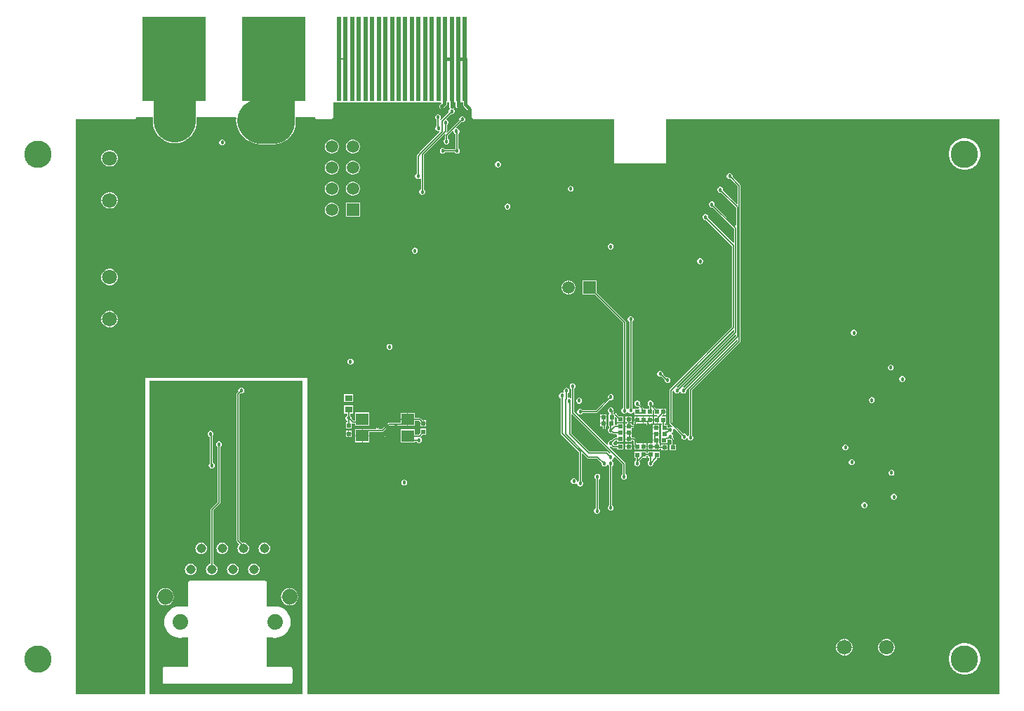
<source format=gbl>
G04*
G04 #@! TF.GenerationSoftware,Altium Limited,Altium Designer,21.5.1 (32)*
G04*
G04 Layer_Physical_Order=4*
G04 Layer_Color=16711680*
%FSLAX25Y25*%
%MOIN*%
G70*
G04*
G04 #@! TF.SameCoordinates,BCF79640-EA3D-49D6-A79E-8819A8E14975*
G04*
G04*
G04 #@! TF.FilePolarity,Positive*
G04*
G01*
G75*
%ADD15C,0.01000*%
%ADD46C,0.07100*%
%ADD51R,0.03543X0.03150*%
%ADD52R,0.02362X0.01968*%
%ADD54R,0.01968X0.02362*%
%ADD59R,0.05906X0.05512*%
%ADD68R,0.30300X0.40000*%
%ADD69R,0.01968X0.40000*%
%ADD70C,0.00500*%
%ADD71C,0.01500*%
%ADD72R,0.05906X0.05906*%
%ADD73C,0.05906*%
%ADD74C,0.07400*%
%ADD75C,0.04500*%
%ADD76R,0.05906X0.05906*%
%ADD77C,0.13000*%
%ADD78C,0.01772*%
%ADD79C,0.01800*%
%ADD80C,0.01968*%
%ADD92C,0.20000*%
%ADD93C,0.00354*%
G36*
X219408Y319978D02*
X219494Y319547D01*
X219738Y319182D01*
X221063Y317857D01*
X221227Y317612D01*
X221592Y317368D01*
X222023Y317282D01*
X222453Y317368D01*
X222819Y317612D01*
X223063Y317977D01*
X223084Y318082D01*
X223584Y318033D01*
Y313950D01*
X223645Y313643D01*
X223819Y313383D01*
X224079Y313209D01*
X224387Y313147D01*
X291254D01*
Y292252D01*
X291367Y291981D01*
X291638Y291868D01*
X315260D01*
X315531Y291981D01*
X315643Y292252D01*
Y313147D01*
X474247D01*
Y39753D01*
X145500D01*
Y190000D01*
X68500D01*
Y39753D01*
X35500D01*
Y313147D01*
X63386D01*
X63694Y313209D01*
X63954Y313383D01*
X64128Y313643D01*
X64189Y313950D01*
Y314000D01*
X72114D01*
Y311968D01*
X72241Y310343D01*
X72622Y308758D01*
X73246Y307253D01*
X74097Y305863D01*
X75156Y304624D01*
X76395Y303565D01*
X77785Y302714D01*
X79290Y302090D01*
X80875Y301710D01*
X82500Y301582D01*
X84125Y301710D01*
X85710Y302090D01*
X87215Y302714D01*
X88605Y303565D01*
X89844Y304624D01*
X90903Y305863D01*
X91754Y307253D01*
X92378Y308758D01*
X92759Y310343D01*
X92886Y311968D01*
Y314000D01*
X111363D01*
X111703Y313633D01*
X111614Y312500D01*
X111741Y310875D01*
X112122Y309290D01*
X112746Y307785D01*
X113597Y306395D01*
X114656Y305156D01*
X115688Y304124D01*
X116927Y303065D01*
X118317Y302214D01*
X119822Y301590D01*
X121407Y301209D01*
X123032Y301082D01*
X129500D01*
X131125Y301209D01*
X132710Y301590D01*
X134215Y302214D01*
X135605Y303065D01*
X136844Y304124D01*
X137903Y305363D01*
X138754Y306753D01*
X139378Y308259D01*
X139759Y309843D01*
X139886Y311468D01*
Y314000D01*
X149084D01*
Y313950D01*
X149145Y313643D01*
X149319Y313383D01*
X149579Y313209D01*
X149887Y313147D01*
X156886D01*
X157194Y313209D01*
X157454Y313383D01*
X157628Y313643D01*
X157689Y313950D01*
Y321000D01*
X208819D01*
X209027Y320500D01*
X208404Y319877D01*
X208160Y319512D01*
X208074Y319081D01*
Y319000D01*
X208160Y318569D01*
X208404Y318204D01*
X208769Y317960D01*
X209200Y317874D01*
X209631Y317960D01*
X209996Y318204D01*
X210160Y318448D01*
X211412Y319701D01*
X211656Y320066D01*
X211742Y320497D01*
Y321000D01*
X212874D01*
Y319000D01*
X212960Y318569D01*
X213010Y318494D01*
X213164Y318137D01*
X212945Y317775D01*
X212813Y317643D01*
X212600Y317128D01*
Y316571D01*
X212657Y316433D01*
X208915Y312690D01*
X208715Y312702D01*
X208396Y312793D01*
X208379Y312915D01*
X208679Y313215D01*
X208892Y313730D01*
Y314287D01*
X208679Y314801D01*
X208285Y315195D01*
X207770Y315408D01*
X207213D01*
X206699Y315195D01*
X206305Y314801D01*
X206092Y314287D01*
Y313730D01*
X206305Y313215D01*
X206699Y312821D01*
X206938Y312722D01*
Y309928D01*
X206899Y309912D01*
X206505Y309518D01*
X206292Y309003D01*
Y308447D01*
X206505Y307932D01*
X206899Y307538D01*
X207413Y307325D01*
X207970D01*
X207995Y307335D01*
X208278Y306911D01*
X198683Y297316D01*
X198536Y296961D01*
X197538Y295963D01*
X197346Y295500D01*
Y287244D01*
X197207Y287187D01*
X196813Y286793D01*
X196600Y286279D01*
Y285721D01*
X196813Y285207D01*
X197207Y284813D01*
X197722Y284600D01*
X198278D01*
X198793Y284813D01*
X198846Y284866D01*
X199346Y284659D01*
Y279744D01*
X199207Y279687D01*
X198813Y279293D01*
X198600Y278779D01*
Y278222D01*
X198813Y277707D01*
X199207Y277313D01*
X199722Y277100D01*
X200278D01*
X200793Y277313D01*
X201187Y277707D01*
X201400Y278222D01*
Y278779D01*
X201187Y279293D01*
X200793Y279687D01*
X200654Y279744D01*
Y296229D01*
X210573Y306148D01*
X210997Y305865D01*
X210846Y305500D01*
Y303744D01*
X210707Y303687D01*
X210313Y303293D01*
X210100Y302779D01*
Y302221D01*
X210313Y301707D01*
X210707Y301313D01*
X211222Y301100D01*
X211778D01*
X212293Y301313D01*
X212687Y301707D01*
X212900Y302221D01*
Y302779D01*
X212687Y303293D01*
X212293Y303687D01*
X212154Y303744D01*
Y305229D01*
X214350Y307425D01*
X214850Y307218D01*
Y306972D01*
X215063Y306457D01*
X215457Y306063D01*
X215721Y305954D01*
Y299193D01*
X215707Y299187D01*
X215313Y298793D01*
X215256Y298654D01*
X210966D01*
X210909Y298793D01*
X210515Y299187D01*
X210000Y299400D01*
X209444D01*
X208929Y299187D01*
X208535Y298793D01*
X208322Y298278D01*
Y297722D01*
X208535Y297207D01*
X208929Y296813D01*
X209444Y296600D01*
X210000D01*
X210515Y296813D01*
X210909Y297207D01*
X210966Y297346D01*
X215256D01*
X215313Y297207D01*
X215707Y296813D01*
X216221Y296600D01*
X216778D01*
X217293Y296813D01*
X217687Y297207D01*
X217900Y297722D01*
Y298278D01*
X217687Y298793D01*
X217293Y299187D01*
X217029Y299296D01*
Y306057D01*
X217043Y306063D01*
X217437Y306457D01*
X217650Y306972D01*
Y307528D01*
X217437Y308043D01*
X217043Y308437D01*
X216529Y308650D01*
X216282D01*
X216075Y309150D01*
X218583Y311658D01*
X218722Y311600D01*
X219279D01*
X219793Y311813D01*
X220187Y312207D01*
X220400Y312721D01*
Y313279D01*
X220187Y313793D01*
X219793Y314187D01*
X219279Y314400D01*
X218722D01*
X218207Y314187D01*
X217813Y313793D01*
X217600Y313279D01*
Y312721D01*
X217657Y312583D01*
X211919Y306844D01*
X211495Y307127D01*
X211646Y307492D01*
Y310264D01*
X211785Y310321D01*
X212179Y310715D01*
X212392Y311230D01*
Y311787D01*
X212179Y312301D01*
X211785Y312695D01*
X211567Y312785D01*
X211445Y313370D01*
X213583Y315508D01*
X213721Y315450D01*
X214279D01*
X214793Y315663D01*
X215187Y316057D01*
X215400Y316571D01*
Y317128D01*
X215187Y317643D01*
X215055Y317775D01*
X214836Y318137D01*
X214990Y318494D01*
X215040Y318569D01*
X215126Y319000D01*
Y321000D01*
X215874D01*
Y319500D01*
X215960Y319069D01*
X216204Y318704D01*
X216569Y318460D01*
X217000Y318374D01*
X217431Y318460D01*
X217796Y318704D01*
X218040Y319069D01*
X218126Y319500D01*
Y321000D01*
X219408D01*
Y319978D01*
D02*
G37*
G36*
X143000Y39753D02*
X70500D01*
Y188750D01*
X143000D01*
Y39753D01*
D02*
G37*
%LPC*%
G36*
X105279Y303400D02*
X104721D01*
X104207Y303187D01*
X103813Y302793D01*
X103600Y302278D01*
Y301722D01*
X103813Y301207D01*
X104207Y300813D01*
X104721Y300600D01*
X105279D01*
X105793Y300813D01*
X106187Y301207D01*
X106400Y301722D01*
Y302278D01*
X106187Y302793D01*
X105793Y303187D01*
X105279Y303400D01*
D02*
G37*
G36*
X167435Y303307D02*
X166565D01*
X165724Y303082D01*
X164969Y302646D01*
X164354Y302031D01*
X163918Y301276D01*
X163693Y300435D01*
Y299565D01*
X163918Y298724D01*
X164354Y297969D01*
X164969Y297354D01*
X165724Y296918D01*
X166565Y296693D01*
X167435D01*
X168277Y296918D01*
X169031Y297354D01*
X169646Y297969D01*
X170082Y298724D01*
X170307Y299565D01*
Y300435D01*
X170082Y301276D01*
X169646Y302031D01*
X169031Y302646D01*
X168277Y303082D01*
X167435Y303307D01*
D02*
G37*
G36*
X157435D02*
X156565D01*
X155724Y303082D01*
X154969Y302646D01*
X154354Y302031D01*
X153918Y301276D01*
X153693Y300435D01*
Y299565D01*
X153918Y298724D01*
X154354Y297969D01*
X154969Y297354D01*
X155724Y296918D01*
X156565Y296693D01*
X157435D01*
X158276Y296918D01*
X159031Y297354D01*
X159646Y297969D01*
X160082Y298724D01*
X160307Y299565D01*
Y300435D01*
X160082Y301276D01*
X159646Y302031D01*
X159031Y302646D01*
X158276Y303082D01*
X157435Y303307D01*
D02*
G37*
G36*
X52014Y298404D02*
X50986D01*
X49993Y298138D01*
X49103Y297624D01*
X48376Y296897D01*
X47862Y296007D01*
X47596Y295014D01*
Y293986D01*
X47862Y292993D01*
X48376Y292103D01*
X49103Y291376D01*
X49993Y290862D01*
X50986Y290596D01*
X52014D01*
X53007Y290862D01*
X53897Y291376D01*
X54624Y292103D01*
X55138Y292993D01*
X55404Y293986D01*
Y295014D01*
X55138Y296007D01*
X54624Y296897D01*
X53897Y297624D01*
X53007Y298138D01*
X52014Y298404D01*
D02*
G37*
G36*
X236279Y292900D02*
X235721D01*
X235207Y292687D01*
X234813Y292293D01*
X234600Y291778D01*
Y291221D01*
X234813Y290707D01*
X235207Y290313D01*
X235721Y290100D01*
X236279D01*
X236793Y290313D01*
X237187Y290707D01*
X237400Y291221D01*
Y291778D01*
X237187Y292293D01*
X236793Y292687D01*
X236279Y292900D01*
D02*
G37*
G36*
X458287Y303935D02*
X456813D01*
X455367Y303647D01*
X454005Y303083D01*
X452779Y302264D01*
X451737Y301221D01*
X450918Y299995D01*
X450353Y298633D01*
X450066Y297187D01*
Y295713D01*
X450353Y294267D01*
X450918Y292905D01*
X451737Y291679D01*
X452779Y290637D01*
X454005Y289818D01*
X455367Y289254D01*
X456813Y288966D01*
X458287D01*
X459733Y289254D01*
X461095Y289818D01*
X462321Y290637D01*
X463363Y291679D01*
X464182Y292905D01*
X464747Y294267D01*
X465034Y295713D01*
Y297187D01*
X464747Y298633D01*
X464182Y299995D01*
X463363Y301221D01*
X462321Y302264D01*
X461095Y303083D01*
X459733Y303647D01*
X458287Y303935D01*
D02*
G37*
G36*
X167435Y293307D02*
X166565D01*
X165724Y293082D01*
X164969Y292646D01*
X164354Y292031D01*
X163918Y291277D01*
X163693Y290435D01*
Y289565D01*
X163918Y288723D01*
X164354Y287969D01*
X164969Y287354D01*
X165724Y286918D01*
X166565Y286693D01*
X167435D01*
X168277Y286918D01*
X169031Y287354D01*
X169646Y287969D01*
X170082Y288723D01*
X170307Y289565D01*
Y290435D01*
X170082Y291277D01*
X169646Y292031D01*
X169031Y292646D01*
X168277Y293082D01*
X167435Y293307D01*
D02*
G37*
G36*
X157435D02*
X156565D01*
X155724Y293082D01*
X154969Y292646D01*
X154354Y292031D01*
X153918Y291277D01*
X153693Y290435D01*
Y289565D01*
X153918Y288723D01*
X154354Y287969D01*
X154969Y287354D01*
X155724Y286918D01*
X156565Y286693D01*
X157435D01*
X158276Y286918D01*
X159031Y287354D01*
X159646Y287969D01*
X160082Y288723D01*
X160307Y289565D01*
Y290435D01*
X160082Y291277D01*
X159646Y292031D01*
X159031Y292646D01*
X158276Y293082D01*
X157435Y293307D01*
D02*
G37*
G36*
X270778Y281400D02*
X270221D01*
X269707Y281187D01*
X269313Y280793D01*
X269100Y280278D01*
Y279721D01*
X269313Y279207D01*
X269707Y278813D01*
X270221Y278600D01*
X270778D01*
X271293Y278813D01*
X271687Y279207D01*
X271900Y279721D01*
Y280278D01*
X271687Y280793D01*
X271293Y281187D01*
X270778Y281400D01*
D02*
G37*
G36*
X167435Y283307D02*
X166565D01*
X165724Y283082D01*
X164969Y282646D01*
X164354Y282031D01*
X163918Y281276D01*
X163693Y280435D01*
Y279565D01*
X163918Y278724D01*
X164354Y277969D01*
X164969Y277354D01*
X165724Y276918D01*
X166565Y276693D01*
X167435D01*
X168277Y276918D01*
X169031Y277354D01*
X169646Y277969D01*
X170082Y278724D01*
X170307Y279565D01*
Y280435D01*
X170082Y281276D01*
X169646Y282031D01*
X169031Y282646D01*
X168277Y283082D01*
X167435Y283307D01*
D02*
G37*
G36*
X157435D02*
X156565D01*
X155724Y283082D01*
X154969Y282646D01*
X154354Y282031D01*
X153918Y281276D01*
X153693Y280435D01*
Y279565D01*
X153918Y278724D01*
X154354Y277969D01*
X154969Y277354D01*
X155724Y276918D01*
X156565Y276693D01*
X157435D01*
X158276Y276918D01*
X159031Y277354D01*
X159646Y277969D01*
X160082Y278724D01*
X160307Y279565D01*
Y280435D01*
X160082Y281276D01*
X159646Y282031D01*
X159031Y282646D01*
X158276Y283082D01*
X157435Y283307D01*
D02*
G37*
G36*
X52013Y278400D02*
X51675D01*
Y274675D01*
X55400D01*
Y275013D01*
X55134Y276005D01*
X54621Y276895D01*
X53895Y277621D01*
X53005Y278134D01*
X52013Y278400D01*
D02*
G37*
G36*
X51325D02*
X50987D01*
X49995Y278134D01*
X49105Y277621D01*
X48379Y276895D01*
X47866Y276005D01*
X47600Y275013D01*
Y274675D01*
X51325D01*
Y278400D01*
D02*
G37*
G36*
X346279Y287400D02*
X345722D01*
X345207Y287187D01*
X344813Y286793D01*
X344600Y286279D01*
Y285721D01*
X344813Y285207D01*
X345207Y284813D01*
X345722Y284600D01*
X346279D01*
X346417Y284658D01*
X349846Y281229D01*
Y272732D01*
X349384Y272541D01*
X342843Y279083D01*
X342900Y279222D01*
Y279779D01*
X342687Y280293D01*
X342293Y280687D01*
X341778Y280900D01*
X341221D01*
X340707Y280687D01*
X340313Y280293D01*
X340100Y279779D01*
Y279222D01*
X340313Y278707D01*
X340707Y278313D01*
X341221Y278100D01*
X341778D01*
X341917Y278157D01*
X348992Y271083D01*
Y262650D01*
X348530Y262458D01*
X338874Y272114D01*
X338931Y272253D01*
Y272810D01*
X338718Y273324D01*
X338324Y273718D01*
X337810Y273932D01*
X337253D01*
X336738Y273718D01*
X336345Y273324D01*
X336132Y272810D01*
Y272253D01*
X336345Y271739D01*
X336738Y271345D01*
X337253Y271131D01*
X337810D01*
X337949Y271189D01*
X348137Y261001D01*
Y254441D01*
X347675Y254250D01*
X335842Y266083D01*
X335900Y266221D01*
Y266778D01*
X335687Y267293D01*
X335293Y267687D01*
X334778Y267900D01*
X334222D01*
X333707Y267687D01*
X333313Y267293D01*
X333100Y266778D01*
Y266221D01*
X333313Y265707D01*
X333707Y265313D01*
X334222Y265100D01*
X334778D01*
X334917Y265158D01*
X347283Y252792D01*
Y214208D01*
X317537Y184462D01*
X317346Y184000D01*
Y168575D01*
X317537Y168113D01*
X318760Y166890D01*
X318477Y166466D01*
X318154Y166600D01*
X317597D01*
X317082Y166387D01*
X317069Y166374D01*
X316957Y166420D01*
X316504D01*
Y167839D01*
X315154D01*
Y168496D01*
X315839D01*
Y171567D01*
X313874D01*
X313682Y172029D01*
X314091Y172437D01*
X314325D01*
Y173969D01*
Y175500D01*
X313337D01*
X312841Y175504D01*
X312839Y175504D01*
Y175504D01*
X311087D01*
X309593Y176998D01*
X309612Y177017D01*
X309825Y177532D01*
Y178088D01*
X309612Y178603D01*
X309218Y178997D01*
X308704Y179210D01*
X308147D01*
X307632Y178997D01*
X307238Y178603D01*
X307025Y178088D01*
Y177532D01*
X307238Y177017D01*
X307632Y176623D01*
X307771Y176566D01*
Y175857D01*
X307417Y175504D01*
X306339Y175504D01*
X306161Y175504D01*
X305025D01*
Y175565D01*
X304833Y176028D01*
X303468Y177393D01*
X303526Y177532D01*
Y178088D01*
X303313Y178603D01*
X302919Y178997D01*
X302404Y179210D01*
X301848D01*
X301333Y178997D01*
X300939Y178603D01*
X300726Y178088D01*
Y177532D01*
X300939Y177017D01*
X301333Y176623D01*
X301848Y176410D01*
X302404D01*
X302543Y176468D01*
X303007Y176004D01*
X302800Y175504D01*
X300661D01*
Y175480D01*
X300172Y175378D01*
X300161Y175378D01*
X299769Y175770D01*
X299642Y175823D01*
Y216751D01*
X299793Y216813D01*
X300187Y217207D01*
X300400Y217722D01*
Y218279D01*
X300187Y218793D01*
X299793Y219187D01*
X299278Y219400D01*
X298722D01*
X298207Y219187D01*
X297813Y218793D01*
X297600Y218279D01*
Y217722D01*
X297813Y217207D01*
X298207Y216813D01*
X298334Y216760D01*
Y175833D01*
X298183Y175770D01*
X297790Y175376D01*
X297742Y175261D01*
X297200D01*
X297187Y175293D01*
X296793Y175687D01*
X296654Y175744D01*
Y216500D01*
X296462Y216963D01*
X282807Y230618D01*
Y236307D01*
X276193D01*
Y229693D01*
X281882D01*
X295346Y216229D01*
Y175744D01*
X295207Y175687D01*
X294813Y175293D01*
X294600Y174778D01*
Y174222D01*
X294813Y173707D01*
X295207Y173313D01*
X295722Y173100D01*
X296279D01*
X296793Y173313D01*
X297187Y173707D01*
X297235Y173823D01*
X297776D01*
X297790Y173790D01*
X298183Y173397D01*
X298698Y173184D01*
X299255D01*
X299769Y173397D01*
X300161Y173789D01*
X300172Y173789D01*
X300661Y173687D01*
Y172433D01*
X303339D01*
Y172433D01*
X303661D01*
Y172433D01*
X306161D01*
X306661Y172433D01*
X306839Y172433D01*
X309339D01*
Y174748D01*
X309801Y174940D01*
X310161Y174579D01*
Y172433D01*
X311583D01*
X311764Y171996D01*
X311530Y171563D01*
X310166D01*
Y170206D01*
X311500D01*
Y170031D01*
X311675D01*
Y168500D01*
X312663D01*
X313159Y168496D01*
X313161Y168496D01*
Y168496D01*
X313846D01*
Y167839D01*
X313433D01*
Y165161D01*
X313433D01*
Y164839D01*
X313433D01*
Y162161D01*
X313433D01*
X313402Y161839D01*
X313402D01*
X313402Y161674D01*
Y159161D01*
X316472D01*
Y160580D01*
X316694D01*
X317157Y160772D01*
X317208Y160823D01*
X317596Y160662D01*
X318128D01*
X318314Y160475D01*
Y158339D01*
X317433D01*
Y155661D01*
X320504D01*
Y158339D01*
X319623D01*
Y160746D01*
X319431Y161209D01*
X319152Y161488D01*
X319274Y161784D01*
Y162340D01*
X319061Y162855D01*
X318667Y163249D01*
X318398Y163360D01*
Y163901D01*
X318668Y164013D01*
X319062Y164407D01*
X319275Y164921D01*
Y165479D01*
X319141Y165802D01*
X319565Y166085D01*
X323058Y162592D01*
X323000Y162453D01*
Y161897D01*
X323213Y161382D01*
X323607Y160988D01*
X324121Y160775D01*
X324678D01*
X325193Y160988D01*
X325530Y161325D01*
X325567Y161330D01*
X325840Y161304D01*
X326067Y161235D01*
X326213Y160882D01*
X326607Y160488D01*
X327121Y160275D01*
X327678D01*
X328193Y160488D01*
X328587Y160882D01*
X328800Y161397D01*
Y161953D01*
X328587Y162468D01*
X328193Y162862D01*
X328054Y162919D01*
Y184129D01*
X350962Y207037D01*
X351154Y207500D01*
Y281500D01*
X350962Y281962D01*
X347342Y285583D01*
X347400Y285721D01*
Y286279D01*
X347187Y286793D01*
X346793Y287187D01*
X346279Y287400D01*
D02*
G37*
G36*
X55400Y274325D02*
X51675D01*
Y270600D01*
X52013D01*
X53005Y270866D01*
X53895Y271379D01*
X54621Y272105D01*
X55134Y272995D01*
X55400Y273987D01*
Y274325D01*
D02*
G37*
G36*
X51325D02*
X47600D01*
Y273987D01*
X47866Y272995D01*
X48379Y272105D01*
X49105Y271379D01*
X49995Y270866D01*
X50987Y270600D01*
X51325D01*
Y274325D01*
D02*
G37*
G36*
X240778Y272900D02*
X240222D01*
X239707Y272687D01*
X239313Y272293D01*
X239100Y271778D01*
Y271221D01*
X239313Y270707D01*
X239707Y270313D01*
X240222Y270100D01*
X240778D01*
X241293Y270313D01*
X241687Y270707D01*
X241900Y271221D01*
Y271778D01*
X241687Y272293D01*
X241293Y272687D01*
X240778Y272900D01*
D02*
G37*
G36*
X170307Y273307D02*
X163693D01*
Y266693D01*
X170307D01*
Y273307D01*
D02*
G37*
G36*
X157435D02*
X156565D01*
X155724Y273082D01*
X154969Y272646D01*
X154354Y272031D01*
X153918Y271276D01*
X153693Y270435D01*
Y269565D01*
X153918Y268724D01*
X154354Y267969D01*
X154969Y267354D01*
X155724Y266918D01*
X156565Y266693D01*
X157435D01*
X158276Y266918D01*
X159031Y267354D01*
X159646Y267969D01*
X160082Y268724D01*
X160307Y269565D01*
Y270435D01*
X160082Y271276D01*
X159646Y272031D01*
X159031Y272646D01*
X158276Y273082D01*
X157435Y273307D01*
D02*
G37*
G36*
X289778Y253900D02*
X289222D01*
X288707Y253687D01*
X288313Y253293D01*
X288100Y252779D01*
Y252221D01*
X288313Y251707D01*
X288707Y251313D01*
X289222Y251100D01*
X289778D01*
X290293Y251313D01*
X290687Y251707D01*
X290900Y252221D01*
Y252779D01*
X290687Y253293D01*
X290293Y253687D01*
X289778Y253900D01*
D02*
G37*
G36*
X196779Y251900D02*
X196221D01*
X195707Y251687D01*
X195313Y251293D01*
X195100Y250779D01*
Y250221D01*
X195313Y249707D01*
X195707Y249313D01*
X196221Y249100D01*
X196779D01*
X197293Y249313D01*
X197687Y249707D01*
X197900Y250221D01*
Y250779D01*
X197687Y251293D01*
X197293Y251687D01*
X196779Y251900D01*
D02*
G37*
G36*
X332278Y246900D02*
X331721D01*
X331207Y246687D01*
X330813Y246293D01*
X330600Y245778D01*
Y245221D01*
X330813Y244707D01*
X331207Y244313D01*
X331721Y244100D01*
X332278D01*
X332793Y244313D01*
X333187Y244707D01*
X333400Y245221D01*
Y245778D01*
X333187Y246293D01*
X332793Y246687D01*
X332278Y246900D01*
D02*
G37*
G36*
X52014Y241904D02*
X50986D01*
X49993Y241638D01*
X49103Y241124D01*
X48376Y240397D01*
X47862Y239507D01*
X47596Y238514D01*
Y237486D01*
X47862Y236493D01*
X48376Y235603D01*
X49103Y234876D01*
X49993Y234362D01*
X50986Y234096D01*
X52014D01*
X53007Y234362D01*
X53897Y234876D01*
X54624Y235603D01*
X55138Y236493D01*
X55404Y237486D01*
Y238514D01*
X55138Y239507D01*
X54624Y240397D01*
X53897Y241124D01*
X53007Y241638D01*
X52014Y241904D01*
D02*
G37*
G36*
X269935Y236303D02*
X269675D01*
Y233175D01*
X272803D01*
Y233435D01*
X272578Y234275D01*
X272143Y235028D01*
X271528Y235643D01*
X270775Y236078D01*
X269935Y236303D01*
D02*
G37*
G36*
X269325D02*
X269065D01*
X268225Y236078D01*
X267472Y235643D01*
X266857Y235028D01*
X266422Y234275D01*
X266197Y233435D01*
Y233175D01*
X269325D01*
Y236303D01*
D02*
G37*
G36*
X272803Y232825D02*
X269675D01*
Y229697D01*
X269935D01*
X270775Y229922D01*
X271528Y230357D01*
X272143Y230972D01*
X272578Y231725D01*
X272803Y232565D01*
Y232825D01*
D02*
G37*
G36*
X269325D02*
X266197D01*
Y232565D01*
X266422Y231725D01*
X266857Y230972D01*
X267472Y230357D01*
X268225Y229922D01*
X269065Y229697D01*
X269325D01*
Y232825D01*
D02*
G37*
G36*
X52013Y221900D02*
X51675D01*
Y218175D01*
X55400D01*
Y218513D01*
X55134Y219505D01*
X54621Y220395D01*
X53895Y221121D01*
X53005Y221634D01*
X52013Y221900D01*
D02*
G37*
G36*
X51325D02*
X50987D01*
X49995Y221634D01*
X49105Y221121D01*
X48379Y220395D01*
X47866Y219505D01*
X47600Y218513D01*
Y218175D01*
X51325D01*
Y221900D01*
D02*
G37*
G36*
X55400Y217825D02*
X51675D01*
Y214100D01*
X52013D01*
X53005Y214366D01*
X53895Y214879D01*
X54621Y215605D01*
X55134Y216495D01*
X55400Y217487D01*
Y217825D01*
D02*
G37*
G36*
X51325D02*
X47600D01*
Y217487D01*
X47866Y216495D01*
X48379Y215605D01*
X49105Y214879D01*
X49995Y214366D01*
X50987Y214100D01*
X51325D01*
Y217825D01*
D02*
G37*
G36*
X405278Y212900D02*
X404721D01*
X404207Y212687D01*
X403813Y212293D01*
X403600Y211778D01*
Y211222D01*
X403813Y210707D01*
X404207Y210313D01*
X404721Y210100D01*
X405278D01*
X405793Y210313D01*
X406187Y210707D01*
X406400Y211222D01*
Y211778D01*
X406187Y212293D01*
X405793Y212687D01*
X405278Y212900D01*
D02*
G37*
G36*
X184733Y206198D02*
X184176D01*
X183661Y205985D01*
X183268Y205591D01*
X183054Y205077D01*
Y204520D01*
X183268Y204005D01*
X183661Y203611D01*
X184176Y203398D01*
X184733D01*
X185248Y203611D01*
X185641Y204005D01*
X185854Y204520D01*
Y205077D01*
X185641Y205591D01*
X185248Y205985D01*
X184733Y206198D01*
D02*
G37*
G36*
X166233Y199198D02*
X165676D01*
X165161Y198985D01*
X164768Y198591D01*
X164554Y198077D01*
Y197520D01*
X164768Y197005D01*
X165161Y196611D01*
X165676Y196398D01*
X166233D01*
X166747Y196611D01*
X167141Y197005D01*
X167354Y197520D01*
Y198077D01*
X167141Y198591D01*
X166747Y198985D01*
X166233Y199198D01*
D02*
G37*
G36*
X422779Y196400D02*
X422222D01*
X421707Y196187D01*
X421313Y195793D01*
X421100Y195279D01*
Y194721D01*
X421313Y194207D01*
X421707Y193813D01*
X422222Y193600D01*
X422779D01*
X423293Y193813D01*
X423687Y194207D01*
X423900Y194721D01*
Y195279D01*
X423687Y195793D01*
X423293Y196187D01*
X422779Y196400D01*
D02*
G37*
G36*
X428278Y190900D02*
X427722D01*
X427207Y190687D01*
X426813Y190293D01*
X426600Y189778D01*
Y189222D01*
X426813Y188707D01*
X427207Y188313D01*
X427722Y188100D01*
X428278D01*
X428793Y188313D01*
X429187Y188707D01*
X429400Y189222D01*
Y189778D01*
X429187Y190293D01*
X428793Y190687D01*
X428278Y190900D01*
D02*
G37*
G36*
X313279Y193400D02*
X312721D01*
X312207Y193187D01*
X311813Y192793D01*
X311600Y192279D01*
Y191721D01*
X311813Y191207D01*
X312207Y190813D01*
X312721Y190600D01*
X313279D01*
X313594Y190731D01*
X315100Y189225D01*
Y188722D01*
X315313Y188207D01*
X315707Y187813D01*
X316221Y187600D01*
X316778D01*
X317293Y187813D01*
X317687Y188207D01*
X317900Y188722D01*
Y189278D01*
X317687Y189793D01*
X317293Y190187D01*
X316778Y190400D01*
X316221D01*
X315906Y190269D01*
X314400Y191775D01*
Y192279D01*
X314187Y192793D01*
X313793Y193187D01*
X313279Y193400D01*
D02*
G37*
G36*
X271654Y187524D02*
X271097D01*
X270583Y187311D01*
X270189Y186917D01*
X269976Y186403D01*
Y185846D01*
X270189Y185331D01*
X270583Y184938D01*
X270846Y184828D01*
Y180787D01*
X270346Y180470D01*
X270112Y180567D01*
X269555D01*
X269154Y180834D01*
Y182756D01*
X269293Y182813D01*
X269687Y183207D01*
X269900Y183721D01*
Y184279D01*
X269687Y184793D01*
X269293Y185187D01*
X268778Y185400D01*
X268221D01*
X267707Y185187D01*
X267313Y184793D01*
X267100Y184279D01*
Y183721D01*
X267263Y183328D01*
X266990Y182969D01*
X266930Y182925D01*
X266629Y183050D01*
X266072D01*
X265557Y182837D01*
X265163Y182443D01*
X264950Y181929D01*
Y181371D01*
X265163Y180857D01*
X265557Y180463D01*
X265696Y180406D01*
Y163650D01*
X265887Y163188D01*
X274346Y154729D01*
Y141146D01*
X274207Y141088D01*
X273900Y140781D01*
X273491Y140882D01*
X273400Y140934D01*
Y141279D01*
X273187Y141793D01*
X272793Y142187D01*
X272278Y142400D01*
X271722D01*
X271207Y142187D01*
X270813Y141793D01*
X270600Y141279D01*
Y140721D01*
X270813Y140207D01*
X271207Y139813D01*
X271722Y139600D01*
X272278D01*
X272793Y139813D01*
X273100Y140120D01*
X273509Y140020D01*
X273600Y139967D01*
Y139623D01*
X273813Y139108D01*
X274207Y138714D01*
X274722Y138501D01*
X275278D01*
X275793Y138714D01*
X276187Y139108D01*
X276400Y139623D01*
Y140180D01*
X276187Y140694D01*
X275793Y141088D01*
X275654Y141146D01*
Y154059D01*
X276116Y154251D01*
X278329Y152038D01*
X278792Y151846D01*
X283029D01*
X285157Y149717D01*
X285100Y149578D01*
Y149021D01*
X285313Y148507D01*
X285707Y148113D01*
X286222Y147900D01*
X286778D01*
X287293Y148113D01*
X287687Y148507D01*
X287745Y148647D01*
X288286D01*
X288313Y148582D01*
X288707Y148188D01*
X288846Y148131D01*
Y129594D01*
X288707Y129537D01*
X288313Y129143D01*
X288100Y128629D01*
Y128071D01*
X288313Y127557D01*
X288707Y127163D01*
X289222Y126950D01*
X289778D01*
X290293Y127163D01*
X290687Y127557D01*
X290900Y128071D01*
Y128629D01*
X290687Y129143D01*
X290293Y129537D01*
X290154Y129594D01*
Y148131D01*
X290293Y148188D01*
X290687Y148582D01*
X290900Y149097D01*
Y149653D01*
X290687Y150168D01*
X290293Y150562D01*
X290090Y150646D01*
Y151187D01*
X290393Y151313D01*
X290787Y151707D01*
X291000Y152222D01*
Y152368D01*
X291500Y152575D01*
X295211Y148864D01*
Y144370D01*
X295072Y144313D01*
X294678Y143919D01*
X294465Y143404D01*
Y142848D01*
X294678Y142333D01*
X295072Y141939D01*
X295587Y141726D01*
X296144D01*
X296658Y141939D01*
X297052Y142333D01*
X297265Y142848D01*
Y143404D01*
X297052Y143919D01*
X296658Y144313D01*
X296519Y144370D01*
Y149135D01*
X296328Y149597D01*
X288828Y157097D01*
X289112Y157520D01*
X289222Y157475D01*
X289778D01*
X289917Y157533D01*
X290412Y157037D01*
X290875Y156846D01*
X292496D01*
Y156161D01*
X295567D01*
Y158839D01*
X292496D01*
Y158154D01*
X291192D01*
X290878Y158543D01*
X290900Y158597D01*
Y159153D01*
X290843Y159292D01*
X291896Y160346D01*
X292496D01*
Y159661D01*
X295567D01*
Y162161D01*
X295567Y162661D01*
X295567Y162839D01*
Y165339D01*
X295567D01*
Y165661D01*
X295567D01*
Y168339D01*
X292496D01*
Y167654D01*
X291472D01*
Y169839D01*
X291473D01*
X291535Y170161D01*
X291535Y170161D01*
X291535Y170312D01*
Y171252D01*
X291997Y171444D01*
X292528Y170914D01*
Y169161D01*
X295598D01*
Y171839D01*
X293453D01*
X292533Y172758D01*
X292394Y173094D01*
X291931Y173286D01*
X291469Y173094D01*
X291363Y172839D01*
X290654D01*
Y173425D01*
X290925Y173538D01*
X291117Y174000D01*
X290928Y174457D01*
Y174862D01*
X290714Y175376D01*
X290321Y175770D01*
X289806Y175984D01*
X289249D01*
X288735Y175770D01*
X288341Y175376D01*
X288128Y174862D01*
Y174305D01*
X288341Y173790D01*
X288735Y173397D01*
X288875Y173339D01*
X288775Y172839D01*
X288465D01*
Y170161D01*
X288465D01*
X288402Y169839D01*
X288402Y169839D01*
X288402Y169687D01*
Y167161D01*
X288871D01*
Y166394D01*
X288732Y166337D01*
X288338Y165943D01*
X288125Y165428D01*
Y164872D01*
X288338Y164357D01*
X288732Y163963D01*
X289247Y163750D01*
X289804D01*
X289966Y163817D01*
X290246Y163538D01*
X290708Y163346D01*
X292143D01*
X292496Y162992D01*
X292496Y162339D01*
X292496Y162161D01*
Y161654D01*
X291625D01*
X291162Y161462D01*
X289917Y160217D01*
X289778Y160275D01*
X289222D01*
X288707Y160062D01*
X288313Y159668D01*
X288100Y159153D01*
Y158597D01*
X288145Y158487D01*
X287722Y158203D01*
X272154Y173771D01*
Y184932D01*
X272169Y184938D01*
X272563Y185331D01*
X272776Y185846D01*
Y186403D01*
X272563Y186917D01*
X272169Y187311D01*
X271654Y187524D01*
D02*
G37*
G36*
X289845Y182321D02*
X289288D01*
X288773Y182108D01*
X288379Y181714D01*
X288166Y181200D01*
Y180643D01*
X288224Y180504D01*
X282374Y174654D01*
X276244D01*
X276187Y174793D01*
X275793Y175187D01*
X275278Y175400D01*
X274722D01*
X274207Y175187D01*
X273813Y174793D01*
X273600Y174278D01*
Y173722D01*
X273813Y173207D01*
X274207Y172813D01*
X274722Y172600D01*
X275278D01*
X275793Y172813D01*
X276187Y173207D01*
X276244Y173346D01*
X282645D01*
X283107Y173538D01*
X289149Y179579D01*
X289288Y179521D01*
X289845D01*
X290359Y179734D01*
X290753Y180128D01*
X290966Y180643D01*
Y181200D01*
X290753Y181714D01*
X290359Y182108D01*
X289845Y182321D01*
D02*
G37*
G36*
X167126Y182441D02*
X162874D01*
Y178583D01*
X167126D01*
Y182441D01*
D02*
G37*
G36*
X413778Y180900D02*
X413222D01*
X412707Y180687D01*
X412313Y180293D01*
X412100Y179779D01*
Y179221D01*
X412313Y178707D01*
X412707Y178313D01*
X413222Y178100D01*
X413778D01*
X414293Y178313D01*
X414687Y178707D01*
X414900Y179221D01*
Y179779D01*
X414687Y180293D01*
X414293Y180687D01*
X413778Y180900D01*
D02*
G37*
G36*
X274779Y180600D02*
X274221D01*
X273707Y180387D01*
X273313Y179993D01*
X273100Y179479D01*
Y178921D01*
X273313Y178407D01*
X273707Y178013D01*
X274221Y177800D01*
X274779D01*
X275293Y178013D01*
X275687Y178407D01*
X275900Y178921D01*
Y179479D01*
X275687Y179993D01*
X275293Y180387D01*
X274779Y180600D01*
D02*
G37*
G36*
X315834Y175500D02*
X314675D01*
Y174144D01*
X315834D01*
Y175500D01*
D02*
G37*
G36*
Y173793D02*
X314675D01*
Y172437D01*
X315834D01*
Y173793D01*
D02*
G37*
G36*
X287594Y172834D02*
X286238D01*
Y171675D01*
X287594D01*
Y172834D01*
D02*
G37*
G36*
X285888D02*
X284532D01*
Y171675D01*
X285888D01*
Y172834D01*
D02*
G37*
G36*
X299531Y171834D02*
X298175D01*
Y170675D01*
X299531D01*
Y171834D01*
D02*
G37*
G36*
X297825D02*
X296469D01*
Y170675D01*
X297825D01*
Y171834D01*
D02*
G37*
G36*
X192825Y173480D02*
X189697D01*
Y170549D01*
X192825D01*
Y173480D01*
D02*
G37*
G36*
X309334Y171563D02*
X308175D01*
Y170206D01*
X309334D01*
Y171563D01*
D02*
G37*
G36*
X301825D02*
X300666D01*
Y170206D01*
X301825D01*
Y171563D01*
D02*
G37*
G36*
X287594Y171325D02*
X286063D01*
X284532D01*
Y170166D01*
X284532D01*
X284469Y169834D01*
X284469Y169834D01*
X284469Y169692D01*
Y168675D01*
X286000D01*
X287531D01*
Y169834D01*
X287531D01*
X287594Y170166D01*
X287594Y170166D01*
X287594Y170308D01*
Y171325D01*
D02*
G37*
G36*
X201834Y170000D02*
X200675D01*
Y168643D01*
X201834D01*
Y170000D01*
D02*
G37*
G36*
X196303Y173480D02*
X193175D01*
Y170374D01*
Y167268D01*
X196303D01*
Y169720D01*
X198520D01*
X199166Y169074D01*
Y168643D01*
X200325D01*
Y170000D01*
X200091D01*
X199254Y170837D01*
X198791Y171028D01*
X196303D01*
Y173480D01*
D02*
G37*
G36*
X311325Y169857D02*
X310166D01*
Y168500D01*
X311325D01*
Y169857D01*
D02*
G37*
G36*
X303334Y171563D02*
Y171563D01*
X302175D01*
Y170031D01*
X302000D01*
Y169857D01*
X300666D01*
Y169428D01*
X300612Y169297D01*
Y168108D01*
X300537Y168034D01*
X300148Y167654D01*
X299500D01*
Y168334D01*
X298623D01*
Y169166D01*
X299531D01*
Y170325D01*
X298000D01*
X296469D01*
Y169166D01*
X297314D01*
Y168334D01*
X296437D01*
Y167175D01*
X297969D01*
Y166825D01*
X296437D01*
Y165834D01*
X296437Y165334D01*
X296437Y165166D01*
Y164175D01*
X297969D01*
X299500D01*
Y165166D01*
X299500Y165666D01*
X299500Y165834D01*
Y166346D01*
X300148D01*
X300611Y166537D01*
X300678Y166699D01*
X301000Y166566D01*
X301463Y166757D01*
X301728Y167023D01*
X301920Y167485D01*
Y168500D01*
X303334D01*
Y168500D01*
X303666D01*
Y168500D01*
X304825D01*
Y170031D01*
Y171563D01*
X303666D01*
Y171563D01*
X303334D01*
D02*
G37*
G36*
X167126Y176929D02*
X162874D01*
Y173071D01*
X164346D01*
Y172230D01*
X164191Y172166D01*
X163797Y171772D01*
X163584Y171257D01*
Y170700D01*
X163797Y170186D01*
X164191Y169792D01*
X164346Y169728D01*
Y169004D01*
X163661D01*
Y165933D01*
X166339D01*
Y167914D01*
X166394Y167937D01*
X166585Y168400D01*
X167047Y168289D01*
X167063Y168283D01*
X168193D01*
Y167327D01*
X174807D01*
Y173547D01*
X168193D01*
Y169591D01*
X167334D01*
X166337Y170588D01*
X166384Y170700D01*
Y171257D01*
X166171Y171772D01*
X165777Y172166D01*
X165654Y172216D01*
Y173071D01*
X167126D01*
Y176929D01*
D02*
G37*
G36*
X201834Y168293D02*
X200675D01*
Y166937D01*
X201834D01*
Y168293D01*
D02*
G37*
G36*
X200325D02*
X199166D01*
Y166937D01*
X200325D01*
Y168293D01*
D02*
G37*
G36*
X306334Y171563D02*
Y171563D01*
X305175D01*
Y170031D01*
Y168500D01*
X306334D01*
X306612Y168115D01*
Y168086D01*
X306803Y167623D01*
X306846Y167581D01*
Y167469D01*
X307037Y167006D01*
X307500Y166814D01*
X307962Y167006D01*
X308154Y167469D01*
Y167852D01*
X308093Y168000D01*
X308427Y168500D01*
X309334D01*
Y169857D01*
X308000D01*
Y170031D01*
X307825D01*
Y171563D01*
X306666D01*
Y171563D01*
X306334D01*
D02*
G37*
G36*
X312563Y167834D02*
X311207D01*
Y166675D01*
X312563D01*
Y167834D01*
D02*
G37*
G36*
X310857D02*
X309500D01*
Y166675D01*
X310857D01*
Y167834D01*
D02*
G37*
G36*
X192825Y170199D02*
X189697D01*
Y168654D01*
X184027D01*
X183565Y168463D01*
X182584Y167482D01*
X182537Y167463D01*
X180729Y165654D01*
X179402D01*
X179180Y166154D01*
X179323Y166500D01*
Y167000D01*
X179132Y167463D01*
X178669Y167654D01*
X178207Y167463D01*
X178015Y167000D01*
Y166500D01*
X178158Y166154D01*
X177937Y165654D01*
X174803D01*
Y165669D01*
X171675D01*
Y162738D01*
X174803D01*
Y164346D01*
X181000D01*
X181463Y164538D01*
X183443Y166518D01*
X183490Y166537D01*
X184298Y167346D01*
X189697D01*
Y167268D01*
X192825D01*
Y170199D01*
D02*
G37*
G36*
X287531Y168325D02*
X286000D01*
X284469D01*
Y167166D01*
X285746D01*
Y165175D01*
X285938Y164713D01*
X286400Y164521D01*
X286862Y164713D01*
X287054Y165175D01*
Y167166D01*
X287531D01*
Y168325D01*
D02*
G37*
G36*
X166334Y165063D02*
X165175D01*
Y163707D01*
X166334D01*
Y165063D01*
D02*
G37*
G36*
X164825D02*
X163666D01*
Y163707D01*
X164825D01*
Y165063D01*
D02*
G37*
G36*
X312563Y166325D02*
X311032D01*
X309500D01*
Y165334D01*
X309500Y164834D01*
X309500Y164666D01*
Y163675D01*
X311032D01*
X312563D01*
Y164666D01*
X312563Y165166D01*
X312563Y165334D01*
Y166325D01*
D02*
G37*
G36*
X201839Y166067D02*
X199161D01*
Y163921D01*
X198394Y163154D01*
X196307D01*
Y165610D01*
X189693D01*
Y159390D01*
X196307D01*
Y159846D01*
X197256D01*
X197313Y159707D01*
X197707Y159313D01*
X198222Y159100D01*
X198778D01*
X199293Y159313D01*
X199687Y159707D01*
X199900Y160222D01*
Y160778D01*
X199687Y161293D01*
X199362Y161618D01*
X199295Y161738D01*
X199311Y162221D01*
X200086Y162996D01*
X201839D01*
Y166067D01*
D02*
G37*
G36*
X171325Y165669D02*
X168197D01*
Y162738D01*
X171325D01*
Y165669D01*
D02*
G37*
G36*
X166334Y163356D02*
X165175D01*
Y162000D01*
X166334D01*
Y163356D01*
D02*
G37*
G36*
X164825D02*
X163666D01*
Y162000D01*
X164825D01*
Y163356D01*
D02*
G37*
G36*
X183000Y163245D02*
X182593Y163076D01*
X182369Y162852D01*
X182201Y162446D01*
X182369Y162039D01*
X182776Y161870D01*
X183183Y162039D01*
X183407Y162262D01*
X183575Y162669D01*
X183407Y163076D01*
X183000Y163245D01*
D02*
G37*
G36*
X312563Y163325D02*
X311032D01*
X309500D01*
Y162166D01*
X309500D01*
X309469Y161834D01*
X309469D01*
Y160675D01*
X311000D01*
X312531D01*
Y161834D01*
X312531D01*
X312563Y162166D01*
X312563D01*
Y163325D01*
D02*
G37*
G36*
X297794Y160825D02*
X296437D01*
Y159666D01*
X297794D01*
Y160825D01*
D02*
G37*
G36*
X174803Y162388D02*
X171675D01*
Y159457D01*
X174803D01*
Y162388D01*
D02*
G37*
G36*
X171325D02*
X168197D01*
Y159457D01*
X171325D01*
Y162388D01*
D02*
G37*
G36*
X299500Y158834D02*
X298144D01*
Y157675D01*
X299500D01*
Y158834D01*
D02*
G37*
G36*
X297794D02*
X296437D01*
Y157675D01*
X297794D01*
Y158834D01*
D02*
G37*
G36*
X305175Y159031D02*
Y157675D01*
X306334D01*
Y159031D01*
X305175D01*
D02*
G37*
G36*
X308325D02*
X307166D01*
Y157675D01*
X308325D01*
Y159031D01*
D02*
G37*
G36*
X316563Y158334D02*
X315207D01*
Y157175D01*
X316563D01*
Y158334D01*
D02*
G37*
G36*
X299500Y157325D02*
X298144D01*
Y156166D01*
X299500D01*
Y157325D01*
D02*
G37*
G36*
X297794D02*
X296437D01*
Y156166D01*
X297794D01*
Y157325D01*
D02*
G37*
G36*
X308325Y157325D02*
X307166D01*
Y155969D01*
X308325D01*
Y157325D01*
D02*
G37*
G36*
X306334D02*
X305175D01*
Y155969D01*
X306334D01*
Y157325D01*
D02*
G37*
G36*
X301825Y157293D02*
X300666D01*
Y155937D01*
X301825D01*
Y157293D01*
D02*
G37*
G36*
X299500Y163825D02*
X297969D01*
X296437D01*
Y162666D01*
X296437D01*
Y162334D01*
X296437D01*
Y161175D01*
X297969D01*
Y161000D01*
X298144D01*
Y159666D01*
X299500D01*
Y160363D01*
X300137D01*
X300450Y159901D01*
X300346Y159648D01*
X300537Y159186D01*
X300612Y159111D01*
Y158203D01*
X300666Y158072D01*
Y157643D01*
X302000D01*
Y157468D01*
X302175D01*
Y155937D01*
X303179D01*
X303334Y155937D01*
X303821Y155969D01*
X304825D01*
Y157500D01*
Y159031D01*
X303821D01*
X303666Y159031D01*
X303179Y159000D01*
X301920D01*
Y159382D01*
X301844Y159567D01*
X301962Y159686D01*
X302154Y160148D01*
Y160500D01*
X301962Y160962D01*
X301500Y161154D01*
X301419D01*
X301094Y161480D01*
X300631Y161671D01*
X299500D01*
Y162334D01*
X299500D01*
Y162666D01*
X299500D01*
Y163825D01*
D02*
G37*
G36*
X316563Y156825D02*
X315207D01*
Y155666D01*
X316563D01*
Y156825D01*
D02*
G37*
G36*
X312531Y160325D02*
X311000D01*
X309469D01*
Y159166D01*
X309025Y159031D01*
X308675D01*
Y157500D01*
Y155969D01*
X309834D01*
Y155969D01*
X310166Y155937D01*
Y155937D01*
X310321Y155937D01*
X311325D01*
Y157468D01*
X311675D01*
Y155937D01*
X312834D01*
Y156346D01*
X313500D01*
Y155666D01*
X314857D01*
Y157000D01*
Y158334D01*
X313500D01*
Y157654D01*
X312834D01*
Y159000D01*
X312531Y159166D01*
Y160325D01*
D02*
G37*
G36*
X401278Y158400D02*
X400722D01*
X400207Y158187D01*
X399813Y157793D01*
X399600Y157279D01*
Y156721D01*
X399813Y156207D01*
X400207Y155813D01*
X400722Y155600D01*
X401278D01*
X401793Y155813D01*
X402187Y156207D01*
X402400Y156721D01*
Y157279D01*
X402187Y157793D01*
X401793Y158187D01*
X401278Y158400D01*
D02*
G37*
G36*
X404279Y151400D02*
X403722D01*
X403207Y151187D01*
X402813Y150793D01*
X402600Y150278D01*
Y149722D01*
X402813Y149207D01*
X403207Y148813D01*
X403722Y148600D01*
X404279D01*
X404793Y148813D01*
X405187Y149207D01*
X405400Y149722D01*
Y150278D01*
X405187Y150793D01*
X404793Y151187D01*
X404279Y151400D01*
D02*
G37*
G36*
X303661Y155098D02*
X303339Y155067D01*
X303339Y155067D01*
X300661D01*
Y151996D01*
X301446D01*
Y150675D01*
X301295Y150612D01*
X300901Y150218D01*
X300688Y149704D01*
Y149147D01*
X300901Y148632D01*
X301295Y148238D01*
X301809Y148025D01*
X302366D01*
X302881Y148238D01*
X303274Y148632D01*
X303488Y149147D01*
Y149704D01*
X303274Y150218D01*
X303026Y150467D01*
X304587Y152028D01*
X306339D01*
Y152909D01*
X307161D01*
Y152028D01*
X307846D01*
Y150685D01*
X307670Y150612D01*
X307277Y150218D01*
X307064Y149704D01*
Y149147D01*
X307277Y148632D01*
X307670Y148238D01*
X308185Y148025D01*
X308742D01*
X309257Y148238D01*
X309650Y148632D01*
X309863Y149147D01*
Y149704D01*
X309806Y149843D01*
X311394Y151431D01*
X311586Y151893D01*
Y151996D01*
X312839D01*
Y155067D01*
X310161D01*
Y155067D01*
X309839Y155098D01*
Y155098D01*
X309675Y155098D01*
X307161D01*
Y154217D01*
X306339D01*
Y155098D01*
X303825D01*
X303661Y155098D01*
D02*
G37*
G36*
X423129Y146355D02*
X422572D01*
X422057Y146142D01*
X421664Y145748D01*
X421450Y145233D01*
Y144676D01*
X421664Y144162D01*
X422057Y143768D01*
X422572Y143555D01*
X423129D01*
X423643Y143768D01*
X424037Y144162D01*
X424250Y144676D01*
Y145233D01*
X424037Y145748D01*
X423643Y146142D01*
X423129Y146355D01*
D02*
G37*
G36*
X191733Y141698D02*
X191176D01*
X190661Y141485D01*
X190268Y141091D01*
X190054Y140577D01*
Y140020D01*
X190268Y139505D01*
X190661Y139111D01*
X191176Y138898D01*
X191733D01*
X192247Y139111D01*
X192641Y139505D01*
X192854Y140020D01*
Y140577D01*
X192641Y141091D01*
X192247Y141485D01*
X191733Y141698D01*
D02*
G37*
G36*
X424278Y134900D02*
X423722D01*
X423207Y134687D01*
X422813Y134293D01*
X422600Y133779D01*
Y133221D01*
X422813Y132707D01*
X423207Y132313D01*
X423722Y132100D01*
X424278D01*
X424793Y132313D01*
X425187Y132707D01*
X425400Y133221D01*
Y133779D01*
X425187Y134293D01*
X424793Y134687D01*
X424278Y134900D01*
D02*
G37*
G36*
X410279Y130900D02*
X409722D01*
X409207Y130687D01*
X408813Y130293D01*
X408600Y129779D01*
Y129221D01*
X408813Y128707D01*
X409207Y128313D01*
X409722Y128100D01*
X410279D01*
X410793Y128313D01*
X411187Y128707D01*
X411400Y129221D01*
Y129779D01*
X411187Y130293D01*
X410793Y130687D01*
X410279Y130900D01*
D02*
G37*
G36*
X283468Y144526D02*
X282911D01*
X282397Y144313D01*
X282003Y143919D01*
X281790Y143404D01*
Y142848D01*
X282003Y142333D01*
X282397Y141939D01*
X282441Y141921D01*
Y128134D01*
X282207Y128037D01*
X281813Y127643D01*
X281600Y127129D01*
Y126572D01*
X281813Y126057D01*
X282207Y125663D01*
X282721Y125450D01*
X283278D01*
X283793Y125663D01*
X284187Y126057D01*
X284400Y126572D01*
Y127129D01*
X284187Y127643D01*
X283793Y128037D01*
X283749Y128055D01*
Y141842D01*
X283983Y141939D01*
X284377Y142333D01*
X284590Y142848D01*
Y143404D01*
X284377Y143919D01*
X283983Y144313D01*
X283468Y144526D01*
D02*
G37*
G36*
X401013Y65900D02*
X400675D01*
Y62175D01*
X404400D01*
Y62513D01*
X404134Y63505D01*
X403621Y64395D01*
X402895Y65121D01*
X402005Y65634D01*
X401013Y65900D01*
D02*
G37*
G36*
X400325D02*
X399987D01*
X398995Y65634D01*
X398105Y65121D01*
X397379Y64395D01*
X396866Y63505D01*
X396600Y62513D01*
Y62175D01*
X400325D01*
Y65900D01*
D02*
G37*
G36*
X404400Y61825D02*
X400675D01*
Y58100D01*
X401013D01*
X402005Y58366D01*
X402895Y58879D01*
X403621Y59605D01*
X404134Y60495D01*
X404400Y61487D01*
Y61825D01*
D02*
G37*
G36*
X400325D02*
X396600D01*
Y61487D01*
X396866Y60495D01*
X397379Y59605D01*
X398105Y58879D01*
X398995Y58366D01*
X399987Y58100D01*
X400325D01*
Y61825D01*
D02*
G37*
G36*
X421014Y65904D02*
X419986D01*
X418993Y65638D01*
X418103Y65124D01*
X417376Y64397D01*
X416862Y63507D01*
X416596Y62514D01*
Y61486D01*
X416862Y60493D01*
X417376Y59603D01*
X418103Y58876D01*
X418993Y58362D01*
X419986Y58096D01*
X421014D01*
X422007Y58362D01*
X422897Y58876D01*
X423624Y59603D01*
X424138Y60493D01*
X424404Y61486D01*
Y62514D01*
X424138Y63507D01*
X423624Y64397D01*
X422897Y65124D01*
X422007Y65638D01*
X421014Y65904D01*
D02*
G37*
G36*
X458287Y63935D02*
X456813D01*
X455367Y63647D01*
X454005Y63083D01*
X452779Y62264D01*
X451737Y61221D01*
X450918Y59995D01*
X450353Y58633D01*
X450066Y57187D01*
Y55713D01*
X450353Y54267D01*
X450918Y52905D01*
X451737Y51679D01*
X452779Y50637D01*
X454005Y49818D01*
X455367Y49254D01*
X456813Y48966D01*
X458287D01*
X459733Y49254D01*
X461095Y49818D01*
X462321Y50637D01*
X463363Y51679D01*
X464182Y52905D01*
X464747Y54267D01*
X465034Y55713D01*
Y57187D01*
X464747Y58633D01*
X464182Y59995D01*
X463363Y61221D01*
X462321Y62264D01*
X461095Y63083D01*
X459733Y63647D01*
X458287Y63935D01*
D02*
G37*
%LPD*%
G36*
X348137Y212559D02*
Y212070D01*
X321498Y185430D01*
X321076Y185506D01*
X320902Y185977D01*
X347675Y212750D01*
X348137Y212559D01*
D02*
G37*
G36*
X348992Y210421D02*
Y209862D01*
X324457Y185328D01*
X324372Y185342D01*
X324303Y185371D01*
X324198D01*
X323981Y185406D01*
X323788Y185871D01*
X348530Y210612D01*
X348992Y210421D01*
D02*
G37*
G36*
X349784Y208164D02*
X349826Y207751D01*
X326938Y184862D01*
X326746Y184400D01*
Y162919D01*
X326607Y162862D01*
X326270Y162525D01*
X326233Y162520D01*
X325959Y162546D01*
X325733Y162615D01*
X325587Y162968D01*
X325193Y163362D01*
X324678Y163575D01*
X324121D01*
X323983Y163517D01*
X318654Y168846D01*
Y183729D01*
X319096Y184171D01*
X319596Y183964D01*
Y183725D01*
X319809Y183211D01*
X320203Y182817D01*
X320718Y182604D01*
X321275D01*
X321789Y182817D01*
X322183Y183211D01*
X322233Y183332D01*
X322774D01*
X322838Y183178D01*
X323232Y182784D01*
X323746Y182571D01*
X324303D01*
X324818Y182784D01*
X325212Y183178D01*
X325425Y183692D01*
Y184249D01*
X325367Y184388D01*
X349325Y208346D01*
X349784Y208164D01*
D02*
G37*
G36*
X289456Y154619D02*
X289292Y154076D01*
X289006Y154019D01*
X288063Y154963D01*
X287600Y155154D01*
X279271D01*
X270654Y163771D01*
Y172756D01*
X271154Y172921D01*
X289456Y154619D01*
D02*
G37*
%LPC*%
G36*
X114000Y185427D02*
X113454Y185319D01*
X112991Y185009D01*
X112681Y184546D01*
X112573Y184000D01*
X112656Y183581D01*
X112038Y182963D01*
X111846Y182500D01*
Y112582D01*
X112038Y112120D01*
X113060Y111098D01*
X113050Y110950D01*
X112612Y110379D01*
X112336Y109714D01*
X112242Y109000D01*
X112336Y108286D01*
X112612Y107621D01*
X113050Y107050D01*
X113621Y106612D01*
X114286Y106336D01*
X115000Y106242D01*
X115714Y106336D01*
X116379Y106612D01*
X116950Y107050D01*
X117388Y107621D01*
X117664Y108286D01*
X117758Y109000D01*
X117664Y109714D01*
X117388Y110379D01*
X116950Y110950D01*
X116379Y111388D01*
X115714Y111664D01*
X115000Y111758D01*
X114337Y111670D01*
X113154Y112853D01*
Y182229D01*
X113581Y182656D01*
X114000Y182573D01*
X114546Y182681D01*
X115009Y182991D01*
X115319Y183454D01*
X115427Y184000D01*
X115319Y184546D01*
X115009Y185009D01*
X114546Y185319D01*
X114000Y185427D01*
D02*
G37*
G36*
X99504Y164927D02*
X98958Y164819D01*
X98495Y164509D01*
X98185Y164046D01*
X98076Y163500D01*
X98185Y162954D01*
X98495Y162491D01*
X98958Y162181D01*
X99098Y162153D01*
Y149581D01*
X98991Y149509D01*
X98681Y149046D01*
X98573Y148500D01*
X98681Y147954D01*
X98991Y147491D01*
X99454Y147181D01*
X100000Y147073D01*
X100546Y147181D01*
X101009Y147491D01*
X101319Y147954D01*
X101427Y148500D01*
X101319Y149046D01*
X101009Y149509D01*
X100546Y149819D01*
X100406Y149847D01*
Y162419D01*
X100513Y162491D01*
X100823Y162954D01*
X100931Y163500D01*
X100823Y164046D01*
X100513Y164509D01*
X100050Y164819D01*
X99504Y164927D01*
D02*
G37*
G36*
X125000Y111758D02*
X124286Y111664D01*
X123621Y111388D01*
X123050Y110950D01*
X122612Y110379D01*
X122336Y109714D01*
X122242Y109000D01*
X122336Y108286D01*
X122612Y107621D01*
X123050Y107050D01*
X123621Y106612D01*
X124286Y106336D01*
X125000Y106242D01*
X125714Y106336D01*
X126379Y106612D01*
X126950Y107050D01*
X127388Y107621D01*
X127664Y108286D01*
X127758Y109000D01*
X127664Y109714D01*
X127388Y110379D01*
X126950Y110950D01*
X126379Y111388D01*
X125714Y111664D01*
X125000Y111758D01*
D02*
G37*
G36*
X105000D02*
X104286Y111664D01*
X103621Y111388D01*
X103050Y110950D01*
X102612Y110379D01*
X102336Y109714D01*
X102242Y109000D01*
X102336Y108286D01*
X102612Y107621D01*
X103050Y107050D01*
X103621Y106612D01*
X104286Y106336D01*
X105000Y106242D01*
X105714Y106336D01*
X106379Y106612D01*
X106950Y107050D01*
X107388Y107621D01*
X107664Y108286D01*
X107758Y109000D01*
X107664Y109714D01*
X107388Y110379D01*
X106950Y110950D01*
X106379Y111388D01*
X105714Y111664D01*
X105000Y111758D01*
D02*
G37*
G36*
X95000D02*
X94286Y111664D01*
X93621Y111388D01*
X93050Y110950D01*
X92612Y110379D01*
X92336Y109714D01*
X92242Y109000D01*
X92336Y108286D01*
X92612Y107621D01*
X93050Y107050D01*
X93621Y106612D01*
X94286Y106336D01*
X95000Y106242D01*
X95714Y106336D01*
X96379Y106612D01*
X96950Y107050D01*
X97388Y107621D01*
X97664Y108286D01*
X97758Y109000D01*
X97664Y109714D01*
X97388Y110379D01*
X96950Y110950D01*
X96379Y111388D01*
X95714Y111664D01*
X95000Y111758D01*
D02*
G37*
G36*
X120000Y101758D02*
X119286Y101664D01*
X118621Y101388D01*
X118050Y100950D01*
X117612Y100379D01*
X117336Y99714D01*
X117242Y99000D01*
X117336Y98286D01*
X117612Y97621D01*
X118050Y97050D01*
X118621Y96612D01*
X119286Y96336D01*
X120000Y96242D01*
X120714Y96336D01*
X121379Y96612D01*
X121950Y97050D01*
X122388Y97621D01*
X122664Y98286D01*
X122758Y99000D01*
X122664Y99714D01*
X122388Y100379D01*
X121950Y100950D01*
X121379Y101388D01*
X120714Y101664D01*
X120000Y101758D01*
D02*
G37*
G36*
X110000D02*
X109286Y101664D01*
X108621Y101388D01*
X108050Y100950D01*
X107612Y100379D01*
X107336Y99714D01*
X107242Y99000D01*
X107336Y98286D01*
X107612Y97621D01*
X108050Y97050D01*
X108621Y96612D01*
X109286Y96336D01*
X110000Y96242D01*
X110714Y96336D01*
X111379Y96612D01*
X111950Y97050D01*
X112388Y97621D01*
X112664Y98286D01*
X112758Y99000D01*
X112664Y99714D01*
X112388Y100379D01*
X111950Y100950D01*
X111379Y101388D01*
X110714Y101664D01*
X110000Y101758D01*
D02*
G37*
G36*
X103500Y159927D02*
X102954Y159819D01*
X102491Y159509D01*
X102181Y159046D01*
X102073Y158500D01*
X102181Y157954D01*
X102491Y157491D01*
X102846Y157253D01*
Y131136D01*
X99537Y127828D01*
X99346Y127365D01*
Y101672D01*
X99286Y101664D01*
X98621Y101388D01*
X98050Y100950D01*
X97612Y100379D01*
X97336Y99714D01*
X97242Y99000D01*
X97336Y98286D01*
X97612Y97621D01*
X98050Y97050D01*
X98621Y96612D01*
X99286Y96336D01*
X100000Y96242D01*
X100714Y96336D01*
X101379Y96612D01*
X101950Y97050D01*
X102388Y97621D01*
X102664Y98286D01*
X102758Y99000D01*
X102664Y99714D01*
X102388Y100379D01*
X101950Y100950D01*
X101379Y101388D01*
X100714Y101664D01*
X100654Y101672D01*
Y127094D01*
X103963Y130403D01*
X104154Y130865D01*
Y157253D01*
X104509Y157491D01*
X104819Y157954D01*
X104927Y158500D01*
X104819Y159046D01*
X104509Y159509D01*
X104046Y159819D01*
X103500Y159927D01*
D02*
G37*
G36*
X90000Y101758D02*
X89286Y101664D01*
X88621Y101388D01*
X88050Y100950D01*
X87612Y100379D01*
X87336Y99714D01*
X87242Y99000D01*
X87336Y98286D01*
X87612Y97621D01*
X88050Y97050D01*
X88621Y96612D01*
X89286Y96336D01*
X90000Y96242D01*
X90714Y96336D01*
X91379Y96612D01*
X91950Y97050D01*
X92388Y97621D01*
X92664Y98286D01*
X92758Y99000D01*
X92664Y99714D01*
X92388Y100379D01*
X91950Y100950D01*
X91379Y101388D01*
X90714Y101664D01*
X90000Y101758D01*
D02*
G37*
G36*
X137175Y90062D02*
Y86175D01*
X141062D01*
X140946Y87057D01*
X140538Y88042D01*
X139889Y88889D01*
X139042Y89538D01*
X138057Y89946D01*
X137175Y90062D01*
D02*
G37*
G36*
X136825D02*
X135943Y89946D01*
X134958Y89538D01*
X134111Y88889D01*
X133462Y88042D01*
X133054Y87057D01*
X132938Y86175D01*
X136825D01*
Y90062D01*
D02*
G37*
G36*
X78175D02*
Y86175D01*
X82062D01*
X81946Y87057D01*
X81538Y88042D01*
X80888Y88889D01*
X80042Y89538D01*
X79057Y89946D01*
X78175Y90062D01*
D02*
G37*
G36*
X77825D02*
X76943Y89946D01*
X75958Y89538D01*
X75112Y88889D01*
X74462Y88042D01*
X74054Y87057D01*
X73938Y86175D01*
X77825D01*
Y90062D01*
D02*
G37*
G36*
X141062Y85825D02*
X137175D01*
Y81938D01*
X138057Y82054D01*
X139042Y82462D01*
X139889Y83112D01*
X140538Y83957D01*
X140946Y84943D01*
X141062Y85825D01*
D02*
G37*
G36*
X136825D02*
X132938D01*
X133054Y84943D01*
X133462Y83957D01*
X134111Y83112D01*
X134958Y82462D01*
X135943Y82054D01*
X136825Y81938D01*
Y85825D01*
D02*
G37*
G36*
X82062D02*
X78175D01*
Y81938D01*
X79057Y82054D01*
X80042Y82462D01*
X80888Y83112D01*
X81538Y83957D01*
X81946Y84943D01*
X82062Y85825D01*
D02*
G37*
G36*
X77825D02*
X73938D01*
X74054Y84943D01*
X74462Y83957D01*
X75112Y83112D01*
X75958Y82462D01*
X76943Y82054D01*
X77825Y81938D01*
Y85825D01*
D02*
G37*
G36*
X125250Y93703D02*
X89750D01*
X89443Y93642D01*
X89182Y93468D01*
X89008Y93207D01*
X88947Y92900D01*
Y81303D01*
X86708D01*
X86467Y81376D01*
X85000Y81520D01*
X83533Y81376D01*
X82122Y80948D01*
X80822Y80253D01*
X79682Y79318D01*
X78747Y78178D01*
X78052Y76878D01*
X77624Y75467D01*
X77479Y74000D01*
X77624Y72533D01*
X78052Y71122D01*
X78747Y69822D01*
X79682Y68682D01*
X80822Y67747D01*
X82122Y67052D01*
X83533Y66624D01*
X85000Y66479D01*
X86467Y66624D01*
X86708Y66697D01*
X88947D01*
Y52603D01*
X77450D01*
X77143Y52542D01*
X76882Y52368D01*
X76708Y52107D01*
X76647Y51800D01*
Y45600D01*
X76708Y45293D01*
X76882Y45032D01*
X77143Y44858D01*
X77450Y44797D01*
X137550D01*
X137857Y44858D01*
X138118Y45032D01*
X138292Y45293D01*
X138353Y45600D01*
Y51800D01*
X138292Y52107D01*
X138118Y52368D01*
X137857Y52542D01*
X137550Y52603D01*
X126053D01*
Y66697D01*
X128292D01*
X128533Y66624D01*
X130000Y66479D01*
X131467Y66624D01*
X132878Y67052D01*
X134178Y67747D01*
X135318Y68682D01*
X136253Y69822D01*
X136948Y71122D01*
X137376Y72533D01*
X137521Y74000D01*
X137376Y75467D01*
X136948Y76878D01*
X136253Y78178D01*
X135318Y79318D01*
X134178Y80253D01*
X132878Y80948D01*
X131467Y81376D01*
X130000Y81520D01*
X128533Y81376D01*
X128292Y81303D01*
X126053D01*
Y92900D01*
X125992Y93207D01*
X125818Y93468D01*
X125557Y93642D01*
X125250Y93703D01*
D02*
G37*
%LPD*%
D15*
X216313Y298000D02*
X216500D01*
D46*
X51500Y218000D02*
D03*
Y238000D02*
D03*
Y274500D02*
D03*
Y294500D02*
D03*
X400500Y62000D02*
D03*
X420500D02*
D03*
D51*
X165000Y175000D02*
D03*
Y180512D02*
D03*
D52*
X311000Y160500D02*
D03*
X314937D02*
D03*
X311032Y166500D02*
D03*
X314968D02*
D03*
X297969Y157500D02*
D03*
X294032D02*
D03*
X297969Y161000D02*
D03*
X294032D02*
D03*
X297969Y164000D02*
D03*
X294032D02*
D03*
X297969Y167000D02*
D03*
X294032D02*
D03*
X286000Y168500D02*
D03*
X289937D02*
D03*
X286063Y171500D02*
D03*
X290000D02*
D03*
X298000Y170500D02*
D03*
X294063D02*
D03*
X315032Y157000D02*
D03*
X318969D02*
D03*
X311032Y163500D02*
D03*
X314968D02*
D03*
D54*
X311500Y157468D02*
D03*
Y153532D02*
D03*
X302000Y170031D02*
D03*
Y173969D02*
D03*
X305000Y157500D02*
D03*
Y153563D02*
D03*
X302000Y157468D02*
D03*
Y153532D02*
D03*
X308500Y157500D02*
D03*
Y153563D02*
D03*
X308000Y170031D02*
D03*
Y173969D02*
D03*
X311500Y170031D02*
D03*
Y173969D02*
D03*
X305000Y170031D02*
D03*
Y173969D02*
D03*
X314500Y170031D02*
D03*
Y173969D02*
D03*
X200500Y168468D02*
D03*
Y164532D02*
D03*
X165000Y167469D02*
D03*
Y163531D02*
D03*
D59*
X171500Y162563D02*
D03*
Y170437D02*
D03*
X193000Y162500D02*
D03*
Y170374D02*
D03*
D68*
X129400Y341775D02*
D03*
X82100D02*
D03*
D69*
X220300D02*
D03*
X217150D02*
D03*
X214000D02*
D03*
X210850D02*
D03*
X207700D02*
D03*
X204550D02*
D03*
X201400D02*
D03*
X198250D02*
D03*
X191950D02*
D03*
X195100D02*
D03*
X188800D02*
D03*
X185650D02*
D03*
X182500D02*
D03*
X179350D02*
D03*
X176200D02*
D03*
X173050D02*
D03*
X169900D02*
D03*
X163600D02*
D03*
X160450D02*
D03*
X166750D02*
D03*
D70*
X207592Y308825D02*
Y313908D01*
Y308825D02*
X207692Y308725D01*
X207492Y314008D02*
X207592Y313908D01*
X209342Y312192D02*
X214000Y316850D01*
X199146Y296854D02*
X209342Y307050D01*
X199146Y296646D02*
Y296854D01*
X198000Y286000D02*
Y295500D01*
X199146Y296646D01*
X209342Y307050D02*
Y312192D01*
X200000Y296500D02*
X210992Y307492D01*
X200000Y278500D02*
Y296500D01*
X210992Y307492D02*
Y311508D01*
X211500Y305500D02*
X219000Y313000D01*
X211500Y302500D02*
Y305500D01*
X112500Y112582D02*
X115000Y110082D01*
X112500Y182500D02*
X114000Y184000D01*
X112500Y112582D02*
Y182500D01*
X115000Y109000D02*
Y110082D01*
X103500Y130865D02*
Y158500D01*
X100000Y127365D02*
X103500Y130865D01*
X100000Y99000D02*
Y127365D01*
X99504Y163500D02*
X99752Y163252D01*
Y148748D02*
Y163252D01*
Y148748D02*
X100000Y148500D01*
X282203Y230297D02*
X282203D01*
X296000Y174500D02*
Y216500D01*
X279500Y233000D02*
X282203Y230297D01*
X282203D02*
X296000Y216500D01*
X209722Y298000D02*
X216313D01*
X216375Y298125D02*
Y307125D01*
Y298125D02*
X216500Y298000D01*
X216250Y307250D02*
X216375Y307125D01*
X298976Y174583D02*
X298988Y174595D01*
Y217988D01*
X299000Y218000D01*
X271500Y173500D02*
Y186000D01*
X271376Y186124D02*
X271500Y186000D01*
Y173500D02*
X295865Y149135D01*
X268500Y180167D02*
Y184000D01*
X268000Y179667D02*
X268500Y180167D01*
X268000Y163292D02*
Y179667D01*
X346000Y286000D02*
X350500Y281500D01*
Y207500D02*
Y281500D01*
X349646Y209592D02*
Y271354D01*
X341500Y279500D02*
X349646Y271354D01*
X347937Y213937D02*
Y253063D01*
X334500Y266500D02*
X347937Y253063D01*
X327400Y161675D02*
Y184400D01*
X350500Y207500D01*
X318000Y184000D02*
X347937Y213937D01*
X337531Y272532D02*
X348791Y261272D01*
X320996Y184004D02*
X348791Y211799D01*
Y261272D01*
X324025Y183971D02*
X349646Y209592D01*
X318000Y168575D02*
Y184000D01*
Y168575D02*
X324400Y162175D01*
X313000Y192000D02*
X313250D01*
X316250Y189000D01*
X316500D01*
X289500Y174000D02*
X289835Y174335D01*
X290000Y168563D02*
Y173759D01*
X289835Y174335D02*
X290128D01*
X289500Y174000D02*
X289759D01*
X291931Y172435D02*
X293866Y170500D01*
X291931Y172435D02*
Y172632D01*
X289528Y174000D02*
Y174583D01*
X290128Y174335D02*
X290463Y174000D01*
X289759D02*
X290000Y173759D01*
X275000Y174000D02*
X282645D01*
X289566Y180921D01*
X283000Y126850D02*
X283095Y126945D01*
Y143031D01*
X283190Y143126D01*
X289500Y128350D02*
Y149375D01*
X266350Y163650D02*
X275000Y155000D01*
Y139901D02*
Y155000D01*
X279000Y154500D02*
X287600D01*
X270000Y163500D02*
X279000Y154500D01*
X270000Y163500D02*
Y179000D01*
X287600Y154500D02*
X289600Y152500D01*
X268000Y163292D02*
X278792Y152500D01*
X283300D02*
X286500Y149300D01*
X278792Y152500D02*
X283300D01*
X295865Y143126D02*
Y149135D01*
X266350Y163650D02*
Y181650D01*
X195000Y160500D02*
X198500D01*
X193000Y162500D02*
X195000Y160500D01*
X190626Y168000D02*
X193000Y170374D01*
X184027Y168000D02*
X190626D01*
X193000Y162500D02*
X198665D01*
X193000Y170374D02*
X198791D01*
X200500Y168468D02*
Y168665D01*
X198791Y170374D02*
X200500Y168665D01*
X200000Y164032D02*
X200500Y164532D01*
X198665Y162500D02*
X200098Y163933D01*
X183027Y167000D02*
X184027Y168000D01*
X183000Y167000D02*
X183027D01*
X269833Y179167D02*
X270000Y179000D01*
X181000Y165000D02*
X183000Y167000D01*
X173937Y165000D02*
X181000D01*
X171500Y162563D02*
X173937Y165000D01*
X167063Y168937D02*
X170000D01*
X171500Y170437D01*
X165000Y171000D02*
X167063Y168937D01*
X171500Y162563D02*
X173500Y160563D01*
X178669Y166500D02*
Y167000D01*
X165000Y167469D02*
Y167665D01*
X165000Y167665D02*
Y171000D01*
X165000Y167665D02*
X165000Y167665D01*
Y171000D02*
Y175000D01*
X164500Y171500D02*
X165000Y171000D01*
Y167469D02*
Y167665D01*
X165734Y168400D01*
X165931D01*
X165000Y167469D02*
X165000Y167469D01*
X200500Y168272D02*
Y168468D01*
X165000Y163531D02*
Y163728D01*
X301266Y167485D02*
Y167837D01*
X301000Y167220D02*
X301266Y167485D01*
X289525Y168088D02*
X289937Y168500D01*
X289525Y165150D02*
Y168088D01*
X317523Y165200D02*
X317875D01*
X316558Y164234D02*
X317523Y165200D01*
X315703Y164234D02*
X316558D01*
X314968Y163500D02*
X315703Y164234D01*
X301266Y169297D02*
X302000Y170031D01*
X301266Y167837D02*
Y169297D01*
X301000Y167572D02*
X301266Y167837D01*
X301000Y167220D02*
Y167572D01*
X314968Y166500D02*
X315703Y165766D01*
X316957D01*
X317523Y165200D01*
X289525Y165150D02*
X289559D01*
X290708Y164000D01*
X294032D01*
X291625Y161000D02*
X294032D01*
X289500Y158875D02*
X291625Y161000D01*
X289500Y158875D02*
X290875Y157500D01*
X294032D01*
X308425Y177810D02*
X308674Y177561D01*
Y176991D02*
Y177561D01*
X308425Y174394D02*
Y177810D01*
X286000Y168500D02*
X286400Y168100D01*
Y165175D02*
Y168100D01*
X298500Y161017D02*
X300631D01*
X301148Y160500D01*
X301500D01*
X307266Y168086D02*
Y169297D01*
Y168086D02*
X307500Y167852D01*
Y167469D02*
Y167852D01*
X302126Y177810D02*
X304371Y175565D01*
Y174598D02*
Y175565D01*
Y174598D02*
X305000Y173969D01*
X291375Y167000D02*
X294032D01*
X289525Y165150D02*
X291375Y167000D01*
X301500Y160148D02*
Y160500D01*
X301000Y159648D02*
X301500Y160148D01*
X301000Y159648D02*
X301266Y159382D01*
Y158203D02*
Y159382D01*
Y158203D02*
X302000Y157468D01*
X308674Y176991D02*
X311500Y174165D01*
X315671Y161234D02*
X316694D01*
X302100Y149438D02*
Y153431D01*
X316694Y161234D02*
X317522Y162062D01*
X317874D01*
X302088Y149425D02*
X302100Y149438D01*
X308464Y149425D02*
X308464D01*
X308519Y149481D01*
X317874Y161841D02*
Y162062D01*
X314500Y166969D02*
Y170031D01*
Y166969D02*
X314968Y166500D01*
X312234Y171506D02*
X314500Y173772D01*
Y173969D01*
X312234Y170766D02*
Y171506D01*
X311500Y170031D02*
X312234Y170766D01*
X308531Y157468D02*
X311500D01*
X308500Y157500D02*
X308531Y157468D01*
X311500D02*
Y160000D01*
X311000Y160500D02*
X311500Y160000D01*
X311968Y157000D02*
X315032D01*
X311500Y157468D02*
X311968Y157000D01*
X317874Y161841D02*
X318969Y160746D01*
X314937Y160500D02*
X315671Y161234D01*
X318969Y157000D02*
Y160746D01*
X304303Y173468D02*
X305000Y174165D01*
X311500Y173969D02*
Y174165D01*
X310563Y160937D02*
X311000Y160500D01*
X310563Y160937D02*
Y163031D01*
X311032Y163500D01*
X307766Y170031D02*
X308000D01*
X307266Y169532D02*
X307766Y170031D01*
X305500Y169532D02*
X307266D01*
X305000Y170031D02*
X305500Y169532D01*
X308000Y173969D02*
X308425Y174394D01*
X304500Y169532D02*
X305000Y170031D01*
X302031Y169532D02*
X304500D01*
X302000Y170031D02*
X302000Y170031D01*
X302000Y169563D02*
Y170031D01*
Y169563D02*
X302031Y169532D01*
X302500Y173468D02*
X304303D01*
X302000Y173969D02*
X302500Y173468D01*
X302336Y150702D02*
X305000Y153366D01*
X308500Y149500D02*
X308519Y149481D01*
X310932Y151893D01*
X308500Y149500D02*
Y153563D01*
X310932Y152963D02*
X311500Y153532D01*
X310932Y151893D02*
Y152963D01*
X305000Y153366D02*
Y153563D01*
X302000Y153532D02*
X302100Y153431D01*
X305000Y153563D02*
X308500D01*
X298900Y167000D02*
X300148D01*
X298801Y167098D02*
Y167636D01*
Y167098D02*
X298900Y167000D01*
X297986Y161017D02*
X298500D01*
X297969Y164000D02*
X298500Y163469D01*
Y161017D02*
Y163469D01*
X297969Y161000D02*
X297986Y161017D01*
X289937Y168500D02*
X290000Y168563D01*
X286000Y168500D02*
Y171437D01*
X286063Y171500D01*
X293866Y170500D02*
X294063D01*
X297969Y167734D02*
Y170500D01*
Y167734D02*
X298067Y167636D01*
X298801D01*
X297969Y170500D02*
X298000D01*
X293606Y157075D02*
X294032Y157500D01*
X311000Y174469D02*
X311469Y174000D01*
X160450Y341775D02*
X163600D01*
X75000Y334675D02*
X82100Y341775D01*
D71*
X209200Y319000D02*
Y319081D01*
X210616Y322525D02*
X210850Y322759D01*
X210616Y320497D02*
Y322525D01*
X209200Y319081D02*
X210616Y320497D01*
X217150Y341775D02*
X220300D01*
X210850D02*
X214000D01*
X210850Y322759D02*
Y341775D01*
X220300D02*
X220534Y341541D01*
Y319978D02*
X222023Y318489D01*
X220534Y319978D02*
Y341541D01*
X222023Y318408D02*
Y318489D01*
X214000Y319000D02*
Y341775D01*
X217000Y319500D02*
Y341625D01*
X217150Y341775D01*
D72*
X167000Y270000D02*
D03*
D73*
X157000D02*
D03*
X167000Y280000D02*
D03*
X157000D02*
D03*
X167000Y290000D02*
D03*
X157000D02*
D03*
X167000Y300000D02*
D03*
X157000D02*
D03*
X269500Y233000D02*
D03*
D74*
X130000Y74000D02*
D03*
X85000D02*
D03*
X137000Y86000D02*
D03*
X78000D02*
D03*
D75*
X125000Y109000D02*
D03*
X120000Y99000D02*
D03*
X115000Y109000D02*
D03*
X110000Y99000D02*
D03*
X105000Y109000D02*
D03*
X100000Y99000D02*
D03*
X90000D02*
D03*
X95000Y109000D02*
D03*
D76*
X279500Y233000D02*
D03*
D77*
X457550Y56450D02*
D03*
X17550D02*
D03*
X457550Y296450D02*
D03*
X17550D02*
D03*
D78*
X465000Y285000D02*
D03*
Y255000D02*
D03*
Y225000D02*
D03*
Y195000D02*
D03*
Y165000D02*
D03*
Y135000D02*
D03*
Y105000D02*
D03*
Y75000D02*
D03*
Y45000D02*
D03*
X450000Y285000D02*
D03*
X457500Y270000D02*
D03*
X450000Y255000D02*
D03*
X457500Y240000D02*
D03*
X450000Y225000D02*
D03*
X457500Y210000D02*
D03*
X450000Y195000D02*
D03*
X457500Y180000D02*
D03*
X450000Y165000D02*
D03*
X457500Y150000D02*
D03*
X450000Y135000D02*
D03*
X457500Y120000D02*
D03*
X450000Y105000D02*
D03*
X457500Y90000D02*
D03*
X450000Y75000D02*
D03*
Y45000D02*
D03*
X442500Y300000D02*
D03*
X435000Y285000D02*
D03*
X442500Y270000D02*
D03*
X435000Y255000D02*
D03*
X442500Y240000D02*
D03*
X435000Y225000D02*
D03*
X442500Y210000D02*
D03*
X435000Y195000D02*
D03*
X442500Y180000D02*
D03*
X435000Y165000D02*
D03*
X442500Y150000D02*
D03*
X435000Y135000D02*
D03*
X442500Y120000D02*
D03*
X435000Y105000D02*
D03*
X442500Y90000D02*
D03*
X435000Y75000D02*
D03*
X442500Y60000D02*
D03*
X435000Y45000D02*
D03*
X427500Y300000D02*
D03*
Y270000D02*
D03*
X420000Y255000D02*
D03*
X427500Y240000D02*
D03*
X420000Y225000D02*
D03*
X427500Y210000D02*
D03*
Y180000D02*
D03*
X420000Y165000D02*
D03*
X427500Y150000D02*
D03*
Y120000D02*
D03*
X420000Y105000D02*
D03*
X427500Y90000D02*
D03*
Y60000D02*
D03*
X420000Y45000D02*
D03*
X412500Y300000D02*
D03*
X405000Y285000D02*
D03*
X412500Y270000D02*
D03*
X405000Y255000D02*
D03*
X412500Y240000D02*
D03*
X405000Y225000D02*
D03*
X412500Y210000D02*
D03*
X405000Y165000D02*
D03*
X412500Y120000D02*
D03*
X405000Y105000D02*
D03*
X412500Y90000D02*
D03*
X405000Y75000D02*
D03*
X412500Y60000D02*
D03*
X405000Y45000D02*
D03*
X397500Y300000D02*
D03*
X390000Y285000D02*
D03*
X397500Y270000D02*
D03*
X390000Y255000D02*
D03*
X397500Y240000D02*
D03*
X390000Y225000D02*
D03*
X397500Y210000D02*
D03*
X390000Y195000D02*
D03*
X397500Y180000D02*
D03*
X390000Y165000D02*
D03*
X397500Y150000D02*
D03*
Y120000D02*
D03*
X390000Y105000D02*
D03*
X397500Y90000D02*
D03*
X390000Y75000D02*
D03*
Y45000D02*
D03*
X382500Y300000D02*
D03*
X375000Y285000D02*
D03*
X382500Y270000D02*
D03*
X375000Y255000D02*
D03*
X382500Y240000D02*
D03*
X375000Y225000D02*
D03*
X382500Y210000D02*
D03*
X375000Y195000D02*
D03*
Y165000D02*
D03*
X382500Y150000D02*
D03*
X375000Y135000D02*
D03*
X382500Y120000D02*
D03*
X375000Y105000D02*
D03*
X382500Y90000D02*
D03*
X375000Y75000D02*
D03*
X382500Y60000D02*
D03*
X375000Y45000D02*
D03*
X367500Y300000D02*
D03*
X360000Y285000D02*
D03*
X367500Y270000D02*
D03*
X360000Y255000D02*
D03*
X367500Y240000D02*
D03*
X360000Y225000D02*
D03*
X367500Y210000D02*
D03*
X360000Y195000D02*
D03*
Y165000D02*
D03*
X367500Y150000D02*
D03*
X360000Y135000D02*
D03*
X367500Y120000D02*
D03*
X360000Y105000D02*
D03*
X367500Y90000D02*
D03*
X360000Y75000D02*
D03*
X367500Y60000D02*
D03*
X360000Y45000D02*
D03*
X352500Y300000D02*
D03*
Y270000D02*
D03*
Y240000D02*
D03*
X345000Y225000D02*
D03*
X352500Y210000D02*
D03*
X345000Y195000D02*
D03*
X352500Y150000D02*
D03*
X345000Y135000D02*
D03*
X352500Y120000D02*
D03*
X345000Y105000D02*
D03*
X352500Y90000D02*
D03*
X345000Y75000D02*
D03*
X352500Y60000D02*
D03*
X345000Y45000D02*
D03*
X337500Y300000D02*
D03*
Y270000D02*
D03*
X330000Y255000D02*
D03*
X337500Y240000D02*
D03*
Y210000D02*
D03*
Y150000D02*
D03*
X330000Y135000D02*
D03*
X337500Y120000D02*
D03*
Y90000D02*
D03*
X330000Y75000D02*
D03*
X337500Y60000D02*
D03*
X330000Y45000D02*
D03*
X315000Y285000D02*
D03*
X322500Y90000D02*
D03*
X315000Y75000D02*
D03*
X322500Y60000D02*
D03*
X315000Y45000D02*
D03*
X300000Y285000D02*
D03*
X307500Y270000D02*
D03*
Y210000D02*
D03*
X300000Y135000D02*
D03*
X307500Y120000D02*
D03*
X300000Y105000D02*
D03*
X307500Y90000D02*
D03*
X300000Y75000D02*
D03*
X307500Y60000D02*
D03*
X300000Y45000D02*
D03*
X292500Y270000D02*
D03*
X285000Y255000D02*
D03*
X292500Y240000D02*
D03*
X285000Y225000D02*
D03*
X292500Y210000D02*
D03*
Y120000D02*
D03*
X285000Y105000D02*
D03*
X292500Y90000D02*
D03*
X285000Y75000D02*
D03*
X292500Y60000D02*
D03*
X285000Y45000D02*
D03*
X277500Y300000D02*
D03*
X270000Y285000D02*
D03*
X277500Y270000D02*
D03*
X270000Y255000D02*
D03*
X277500Y240000D02*
D03*
X270000Y225000D02*
D03*
X277500Y210000D02*
D03*
Y120000D02*
D03*
X270000Y105000D02*
D03*
X277500Y90000D02*
D03*
X270000Y75000D02*
D03*
X277500Y60000D02*
D03*
X270000Y45000D02*
D03*
X262500Y300000D02*
D03*
X255000Y285000D02*
D03*
X262500Y270000D02*
D03*
X255000Y255000D02*
D03*
X262500Y240000D02*
D03*
X255000Y225000D02*
D03*
Y195000D02*
D03*
Y165000D02*
D03*
X262500Y150000D02*
D03*
Y120000D02*
D03*
X255000Y105000D02*
D03*
X262500Y90000D02*
D03*
X255000Y75000D02*
D03*
X262500Y60000D02*
D03*
X255000Y45000D02*
D03*
X247500Y300000D02*
D03*
X240000Y285000D02*
D03*
Y255000D02*
D03*
X247500Y210000D02*
D03*
X240000Y195000D02*
D03*
Y135000D02*
D03*
X247500Y120000D02*
D03*
X240000Y105000D02*
D03*
X247500Y90000D02*
D03*
X240000Y75000D02*
D03*
X247500Y60000D02*
D03*
X240000Y45000D02*
D03*
X232500Y300000D02*
D03*
X225000Y285000D02*
D03*
Y255000D02*
D03*
Y225000D02*
D03*
X232500Y210000D02*
D03*
X225000Y195000D02*
D03*
Y135000D02*
D03*
X232500Y120000D02*
D03*
X225000Y105000D02*
D03*
X232500Y90000D02*
D03*
X225000Y75000D02*
D03*
X232500Y60000D02*
D03*
X225000Y45000D02*
D03*
X210000Y255000D02*
D03*
Y225000D02*
D03*
X217500Y210000D02*
D03*
X210000Y195000D02*
D03*
Y135000D02*
D03*
X217500Y120000D02*
D03*
X210000Y105000D02*
D03*
X217500Y90000D02*
D03*
X210000Y75000D02*
D03*
X217500Y60000D02*
D03*
X210000Y45000D02*
D03*
X202500Y270000D02*
D03*
X195000Y255000D02*
D03*
X202500Y240000D02*
D03*
X195000Y225000D02*
D03*
X202500Y210000D02*
D03*
X195000Y195000D02*
D03*
Y135000D02*
D03*
X202500Y120000D02*
D03*
X195000Y105000D02*
D03*
X202500Y90000D02*
D03*
X195000Y75000D02*
D03*
X202500Y60000D02*
D03*
X195000Y45000D02*
D03*
X180000Y285000D02*
D03*
Y255000D02*
D03*
X187500Y240000D02*
D03*
X180000Y225000D02*
D03*
X187500Y210000D02*
D03*
X180000Y195000D02*
D03*
Y135000D02*
D03*
X187500Y120000D02*
D03*
X180000Y105000D02*
D03*
X187500Y90000D02*
D03*
X180000Y75000D02*
D03*
X187500Y60000D02*
D03*
X180000Y45000D02*
D03*
X165000Y285000D02*
D03*
Y255000D02*
D03*
X172500Y240000D02*
D03*
X165000Y225000D02*
D03*
X172500Y210000D02*
D03*
X165000Y195000D02*
D03*
Y135000D02*
D03*
X172500Y120000D02*
D03*
X165000Y105000D02*
D03*
X172500Y90000D02*
D03*
X165000Y75000D02*
D03*
X172500Y60000D02*
D03*
X165000Y45000D02*
D03*
X157500Y240000D02*
D03*
X150000Y225000D02*
D03*
X157500Y210000D02*
D03*
Y120000D02*
D03*
X150000Y105000D02*
D03*
X157500Y90000D02*
D03*
X150000Y75000D02*
D03*
X157500Y60000D02*
D03*
X150000Y45000D02*
D03*
X142500Y300000D02*
D03*
X135000Y285000D02*
D03*
X142500Y240000D02*
D03*
X135000Y225000D02*
D03*
X142500Y210000D02*
D03*
X135000Y195000D02*
D03*
X120000Y285000D02*
D03*
X127500Y270000D02*
D03*
X120000Y255000D02*
D03*
X127500Y240000D02*
D03*
X120000Y225000D02*
D03*
X127500Y210000D02*
D03*
X120000Y195000D02*
D03*
X105000Y255000D02*
D03*
X112500Y240000D02*
D03*
X105000Y225000D02*
D03*
X112500Y210000D02*
D03*
X105000Y195000D02*
D03*
X90000Y285000D02*
D03*
X97500Y270000D02*
D03*
X90000Y255000D02*
D03*
X97500Y240000D02*
D03*
X90000Y225000D02*
D03*
X97500Y210000D02*
D03*
X90000Y195000D02*
D03*
X75000Y285000D02*
D03*
X82500Y270000D02*
D03*
X75000Y255000D02*
D03*
Y225000D02*
D03*
X82500Y210000D02*
D03*
X75000Y195000D02*
D03*
X67500Y300000D02*
D03*
X60000Y285000D02*
D03*
X67500Y270000D02*
D03*
X60000Y255000D02*
D03*
Y225000D02*
D03*
X67500Y210000D02*
D03*
X60000Y195000D02*
D03*
X67500Y180000D02*
D03*
X60000Y165000D02*
D03*
X67500Y150000D02*
D03*
X60000Y135000D02*
D03*
X67500Y120000D02*
D03*
X60000Y105000D02*
D03*
X67500Y90000D02*
D03*
X60000Y75000D02*
D03*
X67500Y60000D02*
D03*
X60000Y45000D02*
D03*
X52500Y300000D02*
D03*
X45000Y285000D02*
D03*
Y255000D02*
D03*
Y225000D02*
D03*
X52500Y210000D02*
D03*
X45000Y195000D02*
D03*
X52500Y180000D02*
D03*
X45000Y165000D02*
D03*
X52500Y150000D02*
D03*
X45000Y135000D02*
D03*
X52500Y120000D02*
D03*
X45000Y105000D02*
D03*
X52500Y90000D02*
D03*
X45000Y75000D02*
D03*
X52500Y60000D02*
D03*
X45000Y45000D02*
D03*
D79*
X207492Y314008D02*
D03*
X207692Y308725D02*
D03*
X209200Y319000D02*
D03*
X210992Y311508D02*
D03*
X214000Y316850D02*
D03*
X211500Y302500D02*
D03*
X90500Y309000D02*
D03*
X85500Y306500D02*
D03*
X78500Y308000D02*
D03*
X89683Y312187D02*
D03*
X86500Y312500D02*
D03*
X76023Y311908D02*
D03*
X222023Y318408D02*
D03*
X114000Y184000D02*
D03*
X272000Y141000D02*
D03*
X191454Y140298D02*
D03*
X174954Y204298D02*
D03*
X184454Y204798D02*
D03*
X165954Y197798D02*
D03*
X422500Y195000D02*
D03*
X100000Y148500D02*
D03*
X103500Y158500D02*
D03*
X410000Y129500D02*
D03*
X406000D02*
D03*
X413500Y179500D02*
D03*
X414000Y150000D02*
D03*
X391000Y140500D02*
D03*
X405000Y211500D02*
D03*
X394486Y191590D02*
D03*
X402350Y201455D02*
D03*
X421000Y183000D02*
D03*
X408000Y179500D02*
D03*
X422850Y144955D02*
D03*
X270500Y276000D02*
D03*
X319000Y249000D02*
D03*
X309000D02*
D03*
X332000Y245500D02*
D03*
X133500Y313500D02*
D03*
X117500Y309500D02*
D03*
X209722Y298000D02*
D03*
X219000Y313000D02*
D03*
X198000Y286000D02*
D03*
X200000Y278500D02*
D03*
X216250Y307250D02*
D03*
X216500Y298000D02*
D03*
X298976Y174583D02*
D03*
X299000Y218000D02*
D03*
X271376Y186124D02*
D03*
X268500Y184000D02*
D03*
X346000Y286000D02*
D03*
X341500Y279500D02*
D03*
X334500Y266500D02*
D03*
X346000Y279500D02*
D03*
X320996Y184004D02*
D03*
X324025Y183971D02*
D03*
X316500Y189000D02*
D03*
X313000Y192000D02*
D03*
X327400Y161675D02*
D03*
X324400Y162175D02*
D03*
X292900Y174675D02*
D03*
X289528Y174583D02*
D03*
X289566Y180921D02*
D03*
X296000Y174500D02*
D03*
X424000Y133500D02*
D03*
X283000Y126850D02*
D03*
X289500Y128350D02*
D03*
X283190Y143126D02*
D03*
X275000Y139901D02*
D03*
X295865Y143126D02*
D03*
X275000Y174000D02*
D03*
X266350Y181650D02*
D03*
X198500Y160500D02*
D03*
X269833Y179167D02*
D03*
X289500Y149375D02*
D03*
X289600Y152500D02*
D03*
X236000Y291500D02*
D03*
X240500Y271500D02*
D03*
X253000Y256500D02*
D03*
X274500Y179200D02*
D03*
X286500Y149300D02*
D03*
X99504Y163500D02*
D03*
X412500Y207500D02*
D03*
X401000Y157000D02*
D03*
X404000Y150000D02*
D03*
X428000Y189500D02*
D03*
X164984Y170979D02*
D03*
X308464Y149425D02*
D03*
X317874Y162062D02*
D03*
X302088Y149425D02*
D03*
X308425Y177810D02*
D03*
X302126D02*
D03*
X301000Y167220D02*
D03*
X307500Y160500D02*
D03*
X301500D02*
D03*
X307500Y167469D02*
D03*
X295850Y152600D02*
D03*
X286400Y165175D02*
D03*
X289500Y158875D02*
D03*
X317875Y165200D02*
D03*
X289525Y165150D02*
D03*
X133500Y307000D02*
D03*
X136000Y310500D02*
D03*
X136500Y314500D02*
D03*
X124500Y305500D02*
D03*
X122000Y312500D02*
D03*
X127000Y316000D02*
D03*
X227000Y273500D02*
D03*
X135000Y127500D02*
D03*
X244000Y295000D02*
D03*
X337531Y272532D02*
D03*
X326500Y271000D02*
D03*
X302000Y252500D02*
D03*
X270500Y280000D02*
D03*
X327000Y290500D02*
D03*
X293000Y280000D02*
D03*
X279500Y293000D02*
D03*
X289500Y252500D02*
D03*
X327000Y305500D02*
D03*
X280500D02*
D03*
X211500Y247000D02*
D03*
X206000Y269000D02*
D03*
X214000Y293000D02*
D03*
X105000Y276500D02*
D03*
Y302000D02*
D03*
X196500Y250500D02*
D03*
X196610Y239831D02*
D03*
D80*
X178669Y171331D02*
D03*
X183000D02*
D03*
X187331D02*
D03*
X178669Y167000D02*
D03*
X183000D02*
D03*
X187331D02*
D03*
X178669Y162669D02*
D03*
X183000D02*
D03*
X187331D02*
D03*
D92*
X129400Y340975D02*
Y341775D01*
Y340975D02*
X129500Y340875D01*
X122000Y312500D02*
X123032Y311468D01*
X129500D01*
Y340875D01*
X82500Y334675D02*
Y341375D01*
X82100Y341775D02*
X82500Y341375D01*
Y311968D02*
Y341375D01*
D93*
X182776Y162446D02*
X183000Y162669D01*
M02*

</source>
